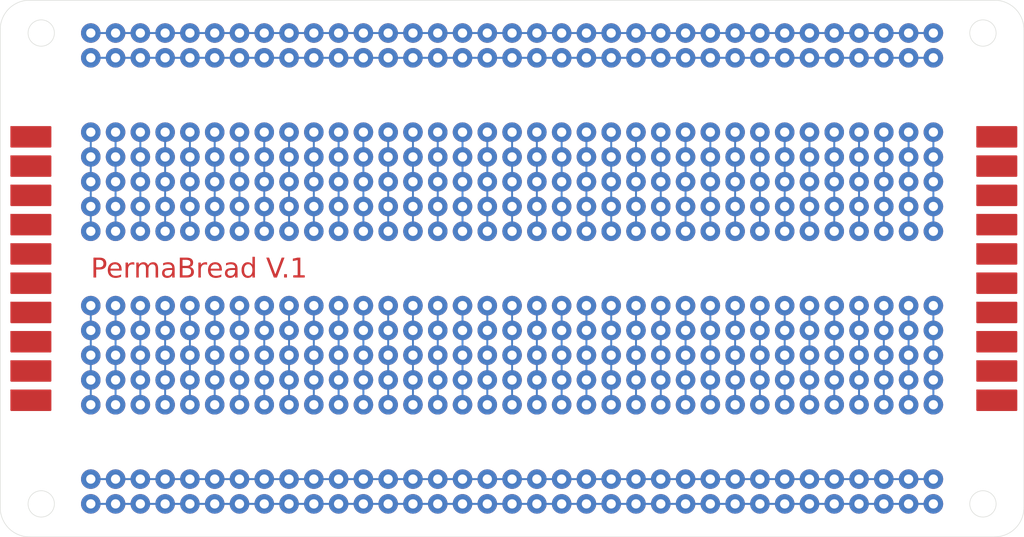
<source format=kicad_pcb>
(kicad_pcb
	(version 20241229)
	(generator "pcbnew")
	(generator_version "9.0")
	(general
		(thickness 1.6)
		(legacy_teardrops no)
	)
	(paper "A4")
	(title_block
		(title "PermaBread")
		(date "2025-03-26")
		(rev "1")
	)
	(layers
		(0 "F.Cu" signal)
		(2 "B.Cu" signal)
		(9 "F.Adhes" user "F.Adhesive")
		(11 "B.Adhes" user "B.Adhesive")
		(13 "F.Paste" user)
		(15 "B.Paste" user)
		(5 "F.SilkS" user "F.Silkscreen")
		(7 "B.SilkS" user "B.Silkscreen")
		(1 "F.Mask" user)
		(3 "B.Mask" user)
		(17 "Dwgs.User" user "User.Drawings")
		(19 "Cmts.User" user "User.Comments")
		(21 "Eco1.User" user "User.Eco1")
		(23 "Eco2.User" user "User.Eco2")
		(25 "Edge.Cuts" user)
		(27 "Margin" user)
		(31 "F.CrtYd" user "F.Courtyard")
		(29 "B.CrtYd" user "B.Courtyard")
		(35 "F.Fab" user)
		(33 "B.Fab" user)
		(39 "User.1" user)
		(41 "User.2" user)
		(43 "User.3" user)
		(45 "User.4" user)
	)
	(setup
		(stackup
			(layer "F.SilkS"
				(type "Top Silk Screen")
			)
			(layer "F.Paste"
				(type "Top Solder Paste")
			)
			(layer "F.Mask"
				(type "Top Solder Mask")
				(thickness 0.01)
			)
			(layer "F.Cu"
				(type "copper")
				(thickness 0.035)
			)
			(layer "dielectric 1"
				(type "core")
				(thickness 1.51)
				(material "FR4")
				(epsilon_r 4.5)
				(loss_tangent 0.02)
			)
			(layer "B.Cu"
				(type "copper")
				(thickness 0.035)
			)
			(layer "B.Mask"
				(type "Bottom Solder Mask")
				(thickness 0.01)
			)
			(layer "B.Paste"
				(type "Bottom Solder Paste")
			)
			(layer "B.SilkS"
				(type "Bottom Silk Screen")
			)
			(copper_finish "None")
			(dielectric_constraints no)
		)
		(pad_to_mask_clearance 0)
		(allow_soldermask_bridges_in_footprints no)
		(tenting front back)
		(pcbplotparams
			(layerselection 0x00000000_00000000_55555555_5755f5ff)
			(plot_on_all_layers_selection 0x00000000_00000000_00000000_00000000)
			(disableapertmacros no)
			(usegerberextensions no)
			(usegerberattributes yes)
			(usegerberadvancedattributes yes)
			(creategerberjobfile yes)
			(dashed_line_dash_ratio 12.000000)
			(dashed_line_gap_ratio 3.000000)
			(svgprecision 4)
			(plotframeref no)
			(mode 1)
			(useauxorigin no)
			(hpglpennumber 1)
			(hpglpenspeed 20)
			(hpglpendiameter 15.000000)
			(pdf_front_fp_property_popups yes)
			(pdf_back_fp_property_popups yes)
			(pdf_metadata yes)
			(pdf_single_document no)
			(dxfpolygonmode yes)
			(dxfimperialunits yes)
			(dxfusepcbnewfont yes)
			(psnegative no)
			(psa4output no)
			(plot_black_and_white yes)
			(plotinvisibletext no)
			(sketchpadsonfab no)
			(plotpadnumbers no)
			(hidednponfab no)
			(sketchdnponfab yes)
			(crossoutdnponfab yes)
			(subtractmaskfromsilk no)
			(outputformat 1)
			(mirror no)
			(drillshape 0)
			(scaleselection 1)
			(outputdirectory "../../Downloads/bread/")
		)
	)
	(net 0 "")
	(gr_rect
		(start 96 108)
		(end 100 110)
		(stroke
			(width 0.2)
			(type solid)
		)
		(fill yes)
		(layer "F.Cu")
		(uuid "10e4c372-ce57-44f3-85b1-1f7e2e8ccb31")
	)
	(gr_rect
		(start 195 120)
		(end 199 122)
		(stroke
			(width 0.2)
			(type solid)
		)
		(fill yes)
		(layer "F.Cu")
		(uuid "246f1082-25c7-48b4-b345-9286bc138252")
	)
	(gr_rect
		(start 195 123)
		(end 199 125)
		(stroke
			(width 0.2)
			(type solid)
		)
		(fill yes)
		(layer "F.Cu")
		(uuid "3afafc3a-e158-499b-b39c-a196a8149499")
	)
	(gr_rect
		(start 195 117)
		(end 199 119)
		(stroke
			(width 0.2)
			(type solid)
		)
		(fill yes)
		(layer "F.Cu")
		(uuid "3ba53f03-ac59-4d7d-b056-9163eba5471b")
	)
	(gr_rect
		(start 96 123)
		(end 100 125)
		(stroke
			(width 0.2)
			(type solid)
		)
		(fill yes)
		(layer "F.Cu")
		(uuid "4661a9ca-5ff3-4db8-9043-711bf115fbbd")
	)
	(gr_rect
		(start 96 102)
		(end 100 104)
		(stroke
			(width 0.2)
			(type solid)
		)
		(fill yes)
		(layer "F.Cu")
		(uuid "51ff09df-5373-459a-bf6d-f5953eb02df5")
	)
	(gr_rect
		(start 195 102)
		(end 199 104)
		(stroke
			(width 0.2)
			(type solid)
		)
		(fill yes)
		(layer "F.Cu")
		(uuid "5e6ef9b8-4984-4dc9-8ce3-19b586d1d970")
	)
	(gr_rect
		(start 96 114)
		(end 100 116)
		(stroke
			(width 0.2)
			(type solid)
		)
		(fill yes)
		(layer "F.Cu")
		(uuid "83aae1b5-4532-4d60-b39c-e413d2a5e86c")
	)
	(gr_rect
		(start 96 111)
		(end 100 113)
		(stroke
			(width 0.2)
			(type solid)
		)
		(fill yes)
		(layer "F.Cu")
		(uuid "8c43051d-6f4d-41b6-8ae4-34e9fa65c847")
	)
	(gr_rect
		(start 96 117)
		(end 100 119)
		(stroke
			(width 0.2)
			(type solid)
		)
		(fill yes)
		(layer "F.Cu")
		(uuid "955f6b07-2d96-4eff-8672-f061509d963a")
	)
	(gr_rect
		(start 96 99)
		(end 100 101)
		(stroke
			(width 0.2)
			(type solid)
		)
		(fill yes)
		(layer "F.Cu")
		(uuid "96a85345-0f80-4ceb-bbbb-23d04f12c5ef")
	)
	(gr_rect
		(start 96 105)
		(end 100 107)
		(stroke
			(width 0.2)
			(type solid)
		)
		(fill yes)
		(layer "F.Cu")
		(uuid "9aff88be-89a5-4c9c-bd88-89bb5238fab7")
	)
	(gr_rect
		(start 96 120)
		(end 100 122)
		(stroke
			(width 0.2)
			(type solid)
		)
		(fill yes)
		(layer "F.Cu")
		(uuid "acc12d6c-0140-4918-9a43-b99ffd517d69")
	)
	(gr_rect
		(start 195 111)
		(end 199 113)
		(stroke
			(width 0.2)
			(type solid)
		)
		(fill yes)
		(layer "F.Cu")
		(uuid "b4796256-d96f-4f97-acb4-97759497c601")
	)
	(gr_rect
		(start 195 108)
		(end 199 110)
		(stroke
			(width 0.2)
			(type solid)
		)
		(fill yes)
		(layer "F.Cu")
		(uuid "bcb151a4-da8a-48f1-8d96-efcc807dad4f")
	)
	(gr_rect
		(start 195 96)
		(end 199 98)
		(stroke
			(width 0.2)
			(type solid)
		)
		(fill yes)
		(layer "F.Cu")
		(uuid "c01b066f-a19a-45d5-adf7-2fb589c12582")
	)
	(gr_rect
		(start 195 99)
		(end 199 101)
		(stroke
			(width 0.2)
			(type solid)
		)
		(fill yes)
		(layer "F.Cu")
		(uuid "cccb2531-46b4-4c88-bb09-26340e1ef859")
	)
	(gr_rect
		(start 195 105)
		(end 199 107)
		(stroke
			(width 0.2)
			(type solid)
		)
		(fill yes)
		(layer "F.Cu")
		(uuid "cf492373-629b-4712-93bf-d96de5bfdad3")
	)
	(gr_rect
		(start 96 96)
		(end 100 98)
		(stroke
			(width 0.2)
			(type solid)
		)
		(fill yes)
		(layer "F.Cu")
		(uuid "d84e91d6-683d-4d01-910a-442b9b260cbf")
	)
	(gr_rect
		(start 195 114)
		(end 199 116)
		(stroke
			(width 0.2)
			(type solid)
		)
		(fill yes)
		(layer "F.Cu")
		(uuid "efc253b5-6023-4d0a-bd23-8f2c22cdad3a")
	)
	(gr_arc
		(start 97.86 138)
		(mid 95.73868 137.12132)
		(end 94.86 135)
		(stroke
			(width 0.05)
			(type default)
		)
		(layer "Edge.Cuts")
		(uuid "1bff2d27-eaa2-45b0-8079-13faea6862ae")
	)
	(gr_line
		(start 196.78 138)
		(end 97.86 138)
		(stroke
			(width 0.05)
			(type default)
		)
		(layer "Edge.Cuts")
		(uuid "1d8abe55-9d99-4b87-ba32-307c2e6755ca")
	)
	(gr_arc
		(start 199.78 135)
		(mid 198.90132 137.12132)
		(end 196.78 138)
		(stroke
			(width 0.05)
			(type default)
		)
		(layer "Edge.Cuts")
		(uuid "230795e5-d893-4a8a-ac70-96fe45b4e416")
	)
	(gr_circle
		(center 99.06 134.62)
		(end 100.41 134.62)
		(stroke
			(width 0.05)
			(type solid)
		)
		(fill no)
		(layer "Edge.Cuts")
		(uuid "3867cd97-b3be-4210-8c64-11ff233eb1a5")
	)
	(gr_line
		(start 94.86 135)
		(end 94.86 86)
		(stroke
			(width 0.05)
			(type default)
		)
		(layer "Edge.Cuts")
		(uuid "42120c4c-9abf-4599-86bb-75561173bce3")
	)
	(gr_circle
		(center 195.58 134.62)
		(end 196.93 134.62)
		(stroke
			(width 0.05)
			(type solid)
		)
		(fill no)
		(layer "Edge.Cuts")
		(uuid "4f637805-49ce-4a7c-a808-f9f0dac69780")
	)
	(gr_circle
		(center 195.58 86.36)
		(end 196.93 86.36)
		(stroke
			(width 0.05)
			(type solid)
		)
		(fill no)
		(layer "Edge.Cuts")
		(uuid "514abf67-741c-4b32-afba-600746eb8ff9")
	)
	(gr_line
		(start 199.78 86)
		(end 199.78 135)
		(stroke
			(width 0.05)
			(type default)
		)
		(layer "Edge.Cuts")
		(uuid "5806477d-aa2c-486e-bed5-fbcf0dd570a7")
	)
	(gr_arc
		(start 94.86 86)
		(mid 95.73868 83.87868)
		(end 97.86 83)
		(stroke
			(width 0.05)
			(type default)
		)
		(layer "Edge.Cuts")
		(uuid "972c0c04-06b9-4ec7-8536-14ad4009be82")
	)
	(gr_line
		(start 97.86 83)
		(end 196.78 83)
		(stroke
			(width 0.05)
			(type default)
		)
		(layer "Edge.Cuts")
		(uuid "b54353ec-7daf-41f9-9a49-3eed740137aa")
	)
	(gr_arc
		(start 196.78 83)
		(mid 198.90132 83.87868)
		(end 199.78 86)
		(stroke
			(width 0.05)
			(type default)
		)
		(layer "Edge.Cuts")
		(uuid "dae36aea-f81e-4106-826a-2a0dc01e9da6")
	)
	(gr_circle
		(center 99.06 86.36)
		(end 100.41 86.36)
		(stroke
			(width 0.05)
			(type solid)
		)
		(fill no)
		(layer "Edge.Cuts")
		(uuid "e18192ed-1962-4d50-a077-f192f550a091")
	)
	(gr_text "PermaBread V.1"
		(at 104.14 111.76 0)
		(layer "F.Cu")
		(uuid "f22e696a-17a9-40f0-a554-f1c770bbf553")
		(effects
			(font
				(face "Geist Mono")
				(size 2 2)
				(thickness 0.1)
			)
			(justify left bottom)
		)
		(render_cache "PermaBread V.1" 0
			(polygon
				(pts
					(xy 105.15108 109.444483) (xy 105.283085 109.476026) (xy 105.396009 109.526098) (xy 105.492861 109.594284)
					(xy 105.57307 109.680823) (xy 105.630606 109.781903) (xy 105.666371 109.900418) (xy 105.678974 110.040516)
					(xy 105.666373 110.180612) (xy 105.63061 110.29915) (xy 105.573074 110.400273) (xy 105.492861 110.48687)
					(xy 105.396016 110.555) (xy 105.283095 110.605034) (xy 105.151087 110.636556) (xy 104.996193 110.647704)
					(xy 104.632515 110.647704) (xy 104.632515 111.42) (xy 104.391814 111.42) (xy 104.391814 110.412742)
					(xy 104.632515 110.412742) (xy 104.968227 110.412742) (xy 105.122446 110.400069) (xy 105.234704 110.366486)
					(xy 105.315174 110.316266) (xy 105.376055 110.244891) (xy 105.413683 110.154876) (xy 105.427159 110.040516)
					(xy 105.413579 109.924386) (xy 105.375867 109.834101) (xy 105.315174 109.763545) (xy 105.23482 109.714074)
					(xy 105.122569 109.680931) (xy 104.968227 109.668412) (xy 104.632515 109.668412) (xy 104.632515 110.412742)
					(xy 104.391814 110.412742) (xy 104.391814 109.433328) (xy 104.996193 109.433328)
				)
			)
			(polygon
				(pts
					(xy 106.797937 109.914014) (xy 106.910911 109.94452) (xy 107.01315 109.994476) (xy 107.103717 110.063129)
					(xy 107.180921 110.150423) (xy 107.245425 110.258869) (xy 107.290462 110.377364) (xy 107.319129 110.516879)
					(xy 107.329323 110.681287) (xy 107.329323 110.751263) (xy 106.249281 110.751263) (xy 106.271887 110.905832)
					(xy 106.31534 111.022438) (xy 106.376653 111.109445) (xy 106.459138 111.175159) (xy 106.559518 111.215465)
					(xy 106.683056 111.229734) (xy 106.777864 111.221466) (xy 106.856528 111.198221) (xy 106.92217 111.161224)
					(xy 106.978395 111.110581) (xy 107.021506 111.050862) (xy 107.052351 110.980729) (xy 107.304166 111.000268)
					(xy 107.253129 111.12519) (xy 107.179489 111.233115) (xy 107.08166 111.326332) (xy 106.996912 111.381197)
					(xy 106.903347 111.420752) (xy 106.799388 111.445137) (xy 106.683056 111.453583) (xy 106.545824 111.442395)
					(xy 106.426032 111.410322) (xy 106.3206 111.35845) (xy 106.22755 111.286915) (xy 106.149508 111.197662)
					(xy 106.085638 111.08844) (xy 106.040917 110.969174) (xy 106.012902 110.833463) (xy 106.003084 110.678478)
					(xy 106.01161 110.544267) (xy 106.249281 110.544267) (xy 107.072013 110.544267) (xy 107.048195 110.404951)
					(xy 107.005303 110.30238) (xy 106.945983 110.228094) (xy 106.868154 110.172704) (xy 106.777937 110.139067)
					(xy 106.671821 110.127344) (xy 106.56228 110.139581) (xy 106.469793 110.174616) (xy 106.390575 110.232247)
					(xy 106.32862 110.308864) (xy 106.280957 110.410742) (xy 106.249281 110.544267) (xy 106.01161 110.544267)
					(xy 106.012924 110.523574) (xy 106.040957 110.388423) (xy 106.085638 110.270104) (xy 106.149213 110.161465)
					(xy 106.226391 110.072179) (xy 106.317913 110.000094) (xy 106.421576 109.947278) (xy 106.538556 109.914789)
					(xy 106.671821 109.903496)
				)
			)
			(polygon
				(pts
					(xy 107.748688 111.42) (xy 107.748688 111.213004) (xy 108.134836 111.213004) (xy 108.134836 110.144075)
					(xy 107.748688 110.144075) (xy 107.748688 109.937079) (xy 108.330718 109.937079) (xy 108.347449 110.222477)
					(xy 108.388225 110.115153) (xy 108.443029 110.0372) (xy 108.511659 109.982748) (xy 108.596641 109.949086)
					(xy 108.702822 109.937079) (xy 109.007759 109.937079) (xy 109.007759 110.149692) (xy 108.705631 110.149692)
					(xy 108.601654 110.161433) (xy 108.520418 110.194029) (xy 108.456625 110.24629) (xy 108.410558 110.315637)
					(xy 108.380831 110.406336) (xy 108.369919 110.524605) (xy 108.369919 111.213004) (xy 108.839965 111.213004)
					(xy 108.839965 111.42)
				)
			)
			(polygon
				(pts
					(xy 109.287173 111.42) (xy 109.287173 109.937079) (xy 109.502718 109.937079) (xy 109.508335 110.15531)
					(xy 109.557724 110.047842) (xy 109.621542 109.970662) (xy 109.674309 109.933499) (xy 109.733801 109.911186)
					(xy 109.802037 109.903496) (xy 109.884083 109.914738) (xy 109.950589 109.946852) (xy 110.005409 110.000722)
					(xy 110.049721 110.081375) (xy 110.081817 110.197198) (xy 110.1126 110.109249) (xy 110.152399 110.038381)
					(xy 110.200764 109.981898) (xy 110.25968 109.938341) (xy 110.325604 109.912395) (xy 110.400799 109.903496)
					(xy 110.488503 109.912064) (xy 110.558871 109.935926) (xy 110.615599 109.973824) (xy 110.661039 110.026594)
					(xy 110.701914 110.11343) (xy 110.730911 110.244463) (xy 110.74225 110.43509) (xy 110.74225 111.42)
					(xy 110.507166 111.42) (xy 110.507166 110.468674) (xy 110.501087 110.334715) (xy 110.485852 110.24597)
					(xy 110.465157 110.190237) (xy 110.431447 110.145483) (xy 110.388652 110.119538) (xy 110.333754 110.110491)
					(xy 110.280334 110.119696) (xy 110.232957 110.147473) (xy 110.189528 110.19732) (xy 110.160432 110.25833)
					(xy 110.14011 110.347563) (xy 110.132254 110.474291) (xy 110.132254 111.42) (xy 109.89717 111.42)
					(xy 109.89717 110.468674) (xy 109.89144 110.340659) (xy 109.876849 110.252586) (xy 109.856625 110.194511)
					(xy 109.823287 110.147298) (xy 109.780078 110.120024) (xy 109.723757 110.110491) (xy 109.670337 110.119696)
					(xy 109.62296 110.147473) (xy 109.579532 110.19732) (xy 109.550436 110.25833) (xy 109.530113 110.347563)
					(xy 109.522257 110.474291) (xy 109.522257 111.42)
				)
			)
			(polygon
				(pts
					(xy 111.775653 109.914609) (xy 111.886936 109.945934) (xy 111.980638 109.995803) (xy 112.059696 110.064452)
					(xy 112.122274 110.148588) (xy 112.168373 110.248361) (xy 112.197567 110.366822) (xy 112.207951 110.507875)
					(xy 112.207951 111.123367) (xy 112.214367 111.16858) (xy 112.2303 111.193464) (xy 112.256552 111.207576)
					(xy 112.297588 111.213004) (xy 112.392721 111.213004) (xy 112.392721 111.42) (xy 112.269501 111.425617)
					(xy 112.188743 111.419296) (xy 112.125098 111.401987) (xy 112.075083 111.375303) (xy 112.034643 111.336688)
					(xy 112.003225 111.282983) (xy 111.981416 111.210195) (xy 111.935476 111.276498) (xy 111.872513 111.335118)
					(xy 111.789685 111.386416) (xy 111.699025 111.423454) (xy 111.602024 111.445921) (xy 111.497327 111.453583)
					(xy 111.362327 111.440593) (xy 111.24539 111.403269) (xy 111.144343 111.341874) (xy 111.069169 111.261974)
					(xy 111.03368 111.198686) (xy 111.012196 111.128834) (xy 111.004811 111.050704) (xy 111.007334 111.028234)
					(xy 111.25113 111.028234) (xy 111.259525 111.093862) (xy 111.283276 111.14648) (xy 111.322449 111.18919)
					(xy 111.373034 111.219695) (xy 111.437527 111.239317) (xy 111.519675 111.246465) (xy 111.633555 111.238145)
					(xy 111.725613 111.215151) (xy 111.799924 111.17949) (xy 111.859661 111.131793) (xy 111.921723 111.049188)
					(xy 111.959652 110.950874) (xy 111.97299 110.832351) (xy 111.97299 110.703757) (xy 111.519675 110.793272)
					(xy 111.420133 110.818127) (xy 111.352958 110.847108) (xy 111.30987 110.878635) (xy 111.277614 110.920052)
					(xy 111.258005 110.969165) (xy 111.25113 111.028234) (xy 111.007334 111.028234) (xy 111.018507 110.928736)
					(xy 111.0567 110.832301) (xy 111.11814 110.755537) (xy 111.199843 110.696552) (xy 111.315614 110.644964)
					(xy 111.474856 110.603007) (xy 111.97299 110.502257) (xy 111.961955 110.378102) (xy 111.932439 110.28651)
					(xy 111.887627 110.219668) (xy 111.825049 110.169831) (xy 111.745169 110.138613) (xy 111.642773 110.127344)
					(xy 111.542264 110.135924) (xy 111.463572 110.159427) (xy 111.402072 110.195854) (xy 111.351451 110.246601)
					(xy 111.311342 110.311409) (xy 111.281905 110.39308) (xy 111.032777 110.373541) (xy 111.07431 110.241093)
					(xy 111.140605 110.128912) (xy 111.232812 110.033677) (xy 111.314838 109.978295) (xy 111.408956 109.93779)
					(xy 111.517354 109.912417) (xy 111.642773 109.903496)
				)
			)
			(polygon
				(pts
					(xy 113.509456 109.444056) (xy 113.643428 109.473594) (xy 113.751193 109.519009) (xy 113.837418 109.578897)
					(xy 113.909429 109.657082) (xy 113.960914 109.747552) (xy 113.992796 109.852742) (xy 114.003991 109.976158)
					(xy 113.992707 110.080695) (xy 113.960074 110.171561) (xy 113.90605 110.251786) (xy 113.834503 110.317299)
					(xy 113.747843 110.365281) (xy 113.643 110.395889) (xy 113.777442 110.426913) (xy 113.884842 110.47808)
					(xy 113.970286 110.548419) (xy 114.034822 110.637514) (xy 114.074135 110.741908) (xy 114.087889 110.865935)
					(xy 114.075958 110.991536) (xy 114.041894 111.098813) (xy 113.986607 111.191403) (xy 113.908736 111.271744)
					(xy 113.816174 111.333689) (xy 113.705293 111.379904) (xy 113.572535 111.409439) (xy 113.413534 111.42)
					(xy 112.783998 111.42) (xy 112.783998 111.184916) (xy 113.024699 111.184916) (xy 113.416343 111.184916)
					(xy 113.558079 111.173813) (xy 113.66076 111.14451) (xy 113.733859 111.101018) (xy 113.78991 111.03875)
					(xy 113.824003 110.961899) (xy 113.836074 110.865935) (xy 113.823504 110.76455) (xy 113.787999 110.683114)
					(xy 113.729706 110.616929) (xy 113.653711 110.56984) (xy 113.551819 110.538907) (xy 113.416343 110.527414)
					(xy 113.024699 110.527414) (xy 113.024699 111.184916) (xy 112.783998 111.184916) (xy 112.783998 110.29233)
					(xy 113.024699 110.29233) (xy 113.354794 110.29233) (xy 113.491038 110.281533) (xy 113.588579 110.25317)
					(xy 113.657044 110.211242) (xy 113.708919 110.151286) (xy 113.740805 110.07633) (xy 113.752177 109.981775)
					(xy 113.740735 109.885413) (xy 113.708784 109.809643) (xy 113.657044 109.749623) (xy 113.588568 109.707627)
					(xy 113.491026 109.679223) (xy 113.354794 109.668412) (xy 113.024699 109.668412) (xy 113.024699 110.29233)
					(xy 112.783998 110.29233) (xy 112.783998 109.433328) (xy 113.343558 109.433328)
				)
			)
			(polygon
				(pts
					(xy 114.462435 111.42) (xy 114.462435 111.213004) (xy 114.848583 111.213004) (xy 114.848583 110.144075)
					(xy 114.462435 110.144075) (xy 114.462435 109.937079) (xy 115.044466 109.937079) (xy 115.061196 110.222477)
					(xy 115.101973 110.115153) (xy 115.156776 110.0372) (xy 115.225406 109.982748) (xy 115.310388 109.949086)
					(xy 115.41657 109.937079) (xy 115.721507 109.937079) (xy 115.721507 110.149692) (xy 115.419378 110.149692)
					(xy 115.315402 110.161433) (xy 115.234166 110.194029) (xy 115.170373 110.24629) (xy 115.124305 110.315637)
					(xy 115.094578 110.406336) (xy 115.083667 110.524605) (xy 115.083667 111.213004) (xy 115.553712 111.213004)
					(xy 115.553712 111.42)
				)
			)
			(polygon
				(pts
					(xy 116.868558 109.914014) (xy 116.981533 109.94452) (xy 117.083771 109.994476) (xy 117.174338 110.063129)
					(xy 117.251542 110.150423) (xy 117.316046 110.258869) (xy 117.361083 110.377364) (xy 117.38975 110.516879)
					(xy 117.399944 110.681287) (xy 117.399944 110.751263) (xy 116.319902 110.751263) (xy 116.342508 110.905832)
					(xy 116.385961 111.022438) (xy 116.447274 111.109445) (xy 116.52976 111.175159) (xy 116.630139 111.215465)
					(xy 116.753677 111.229734) (xy 116.848485 111.221466) (xy 116.927149 111.198221) (xy 116.992791 111.161224)
					(xy 117.049016 111.110581) (xy 117.092127 111.050862) (xy 117.122972 110.980729) (xy 117.374787 111.000268)
					(xy 117.32375 111.12519) (xy 117.25011 111.233115) (xy 117.152281 111.326332) (xy 117.067533 111.381197)
					(xy 116.973968 111.420752) (xy 116.870009 111.445137) (xy 116.753677 111.453583) (xy 116.616445 111.442395)
					(xy 116.496653 111.410322) (xy 116.391221 111.35845) (xy 116.298171 111.286915) (xy 116.220129 111.197662)
					(xy 116.156259 111.08844) (xy 116.111538 110.969174) (xy 116.083523 110.833463) (xy 116.073705 110.678478)
					(xy 116.082231 110.544267) (xy 116.319902 110.544267) (xy 117.142634 110.544267) (xy 117.118816 110.404951)
					(xy 117.075924 110.30238) (xy 117.016605 110.228094) (xy 116.938775 110.172704) (xy 116.848558 110.139067)
					(xy 116.742442 110.127344) (xy 116.632901 110.139581) (xy 116.540414 110.174616) (xy 116.461196 110.232247)
					(xy 116.399241 110.308864) (xy 116.351578 110.410742) (xy 116.319902 110.544267) (xy 116.082231 110.544267)
					(xy 116.083545 110.523574) (xy 116.111579 110.388423) (xy 116.156259 110.270104) (xy 116.219834 110.161465)
					(xy 116.297012 110.072179) (xy 116.388534 110.000094) (xy 116.492197 109.947278) (xy 116.609177 109.914789)
					(xy 116.742442 109.903496)
				)
			)
			(polygon
				(pts
					(xy 118.489401 109.914609) (xy 118.600683 109.945934) (xy 118.694386 109.995803) (xy 118.773443 110.064452)
					(xy 118.836021 110.148588) (xy 118.88212 110.248361) (xy 118.911314 110.366822) (xy 118.921699 110.507875)
					(xy 118.921699 111.123367) (xy 118.928115 111.16858) (xy 118.944047 111.193464) (xy 118.970299 111.207576)
					(xy 119.011336 111.213004) (xy 119.106468 111.213004) (xy 119.106468 111.42) (xy 118.983248 111.425617)
					(xy 118.902491 111.419296) (xy 118.838845 111.401987) (xy 118.788831 111.375303) (xy 118.748391 111.336688)
					(xy 118.716972 111.282983) (xy 118.695163 111.210195) (xy 118.649223 111.276498) (xy 118.586261 111.335118)
					(xy 118.503433 111.386416) (xy 118.412772 111.423454) (xy 118.315771 111.445921) (xy 118.211074 111.453583)
					(xy 118.076074 111.440593) (xy 117.959138 111.403269) (xy 117.85809 111.341874) (xy 117.782916 111.261974)
					(xy 117.747428 111.198686) (xy 117.725943 111.128834) (xy 117.718558 111.050704) (xy 117.721081 111.028234)
					(xy 117.964877 111.028234) (xy 117.973273 111.093862) (xy 117.997024 111.14648) (xy 118.036196 111.18919)
					(xy 118.086781 111.219695) (xy 118.151274 111.239317) (xy 118.233422 111.246465) (xy 118.347302 111.238145)
					(xy 118.43936 111.215151) (xy 118.513672 111.17949) (xy 118.573408 111.131793) (xy 118.63547 111.049188)
					(xy 118.6734 110.950874) (xy 118.686737 110.832351) (xy 118.686737 110.703757) (xy 118.233422 110.793272)
					(xy 118.13388 110.818127) (xy 118.066705 110.847108) (xy 118.023618 110.878635) (xy 117.991361 110.920052)
					(xy 117.971753 110.969165) (xy 117.964877 111.028234) (xy 117.721081 111.028234) (xy 117.732254 110.928736)
					(xy 117.770447 110.832301) (xy 117.831887 110.755537) (xy 117.91359 110.696552) (xy 118.029361 110.644964)
					(xy 118.188604 110.603007) (xy 118.686737 110.502257) (xy 118.675702 110.378102) (xy 118.646187 110.28651)
					(xy 118.601374 110.219668) (xy 118.538796 110.169831) (xy 118.458916 110.138613) (xy 118.356521 110.127344)
					(xy 118.256012 110.135924) (xy 118.17732 110.159427) (xy 118.115819 110.195854) (xy 118.065198 110.246601)
					(xy 118.025089 110.311409) (xy 117.995652 110.39308) (xy 117.746524 110.373541) (xy 117.788057 110.241093)
					(xy 117.854352 110.128912) (xy 117.946559 110.033677) (xy 118.028585 109.978295) (xy 118.122703 109.93779)
					(xy 118.231101 109.912417) (xy 118.356521 109.903496)
				)
			)
			(polygon
				(pts
					(xy 120.67292 111.42) (xy 120.460307 111.42) (xy 120.45188 111.196151) (xy 120.404376 111.270534)
					(xy 120.344185 111.333171) (xy 120.270041 111.385073) (xy 120.187396 111.422582) (xy 120.095693 111.445617)
					(xy 119.99307 111.453583) (xy 119.865377 111.44247) (xy 119.753476 111.410496) (xy 119.654427 111.35845)
					(xy 119.567744 111.287454) (xy 119.494695 111.198752) (xy 119.434731 111.089905) (xy 119.393248 110.971802)
					(xy 119.367039 110.835669) (xy 119.357794 110.678478) (xy 119.604113 110.678478) (xy 119.617577 110.845245)
					(xy 119.654555 110.977215) (xy 119.711824 111.081479) (xy 119.771288 111.146883) (xy 119.839024 111.192445)
					(xy 119.916676 111.220117) (xy 120.006992 111.229734) (xy 120.104795 111.219949) (xy 120.188304 111.191954)
					(xy 120.260467 111.146287) (xy 120.323164 111.081479) (xy 120.371122 111.005193) (xy 120.406937 110.914493)
					(xy 120.429801 110.806677) (xy 120.437958 110.678478) (xy 120.429744 110.548666) (xy 120.406792 110.440246)
					(xy 120.37097 110.349736) (xy 120.323164 110.274256) (xy 120.260576 110.210403) (xy 120.187634 110.16511)
					(xy 120.102283 110.137162) (xy 120.001374 110.127344) (xy 119.913964 110.136781) (xy 119.838102 110.164055)
					(xy 119.771228 110.209186) (xy 119.711824 110.274256) (xy 119.654714 110.377565) (xy 119.617663 110.509783)
					(xy 119.604113 110.678478) (xy 119.357794 110.678478) (xy 119.367039 110.52137) (xy 119.393249 110.385319)
					(xy 119.434731 110.267295) (xy 119.494702 110.158369) (xy 119.567752 110.06963) (xy 119.654427 109.998628)
					(xy 119.753476 109.946582) (xy 119.865377 109.914609) (xy 119.99307 109.903496) (xy 120.095362 109.912114)
					(xy 120.186044 109.937007) (xy 120.267233 109.977623) (xy 120.371533 110.059129) (xy 120.437958 110.144075)
					(xy 120.437958 109.433328) (xy 120.67292 109.433328)
				)
			)
			(polygon
				(pts
					(xy 123.285586 111.42) (xy 122.686702 109.433328) (xy 122.944134 109.433328) (xy 123.442267 111.148646)
					(xy 123.940279 109.433328) (xy 124.197711 109.433328) (xy 123.598949 111.42)
				)
			)
			(polygon
				(pts
					(xy 124.94717 111.42) (xy 124.94717 111.07867) (xy 125.294117 111.07867) (xy 125.294117 111.42)
				)
			)
			(polygon
				(pts
					(xy 126.127595 111.42) (xy 126.127595 111.184916) (xy 126.754323 111.184916) (xy 126.754323 109.948192)
					(xy 126.233841 109.948192) (xy 126.233841 109.741196) (xy 126.502508 109.741196) (xy 126.606685 109.7319)
					(xy 126.679994 109.707528) (xy 126.730509 109.671221) (xy 126.765815 109.61979) (xy 126.789873 109.543511)
					(xy 126.799141 109.433328) (xy 126.994902 109.433328) (xy 126.994902 111.184916) (xy 127.470565 111.184916)
					(xy 127.470565 111.42)
				)
			)
		)
	)
	(via
		(at 139.7 116.84)
		(size 2)
		(drill 0.95)
		(layers "F.Cu" "B.Cu")
		(net 0)
		(uuid "0007b81d-b953-4ee7-9f05-9df84a05b1e8")
	)
	(via
		(at 114.3 106.68)
		(size 2)
		(drill 0.95)
		(layers "F.Cu" "B.Cu")
		(net 0)
		(uuid "00af6ff0-c94b-47fc-9213-9e244fc91b30")
	)
	(via
		(at 134.62 88.9)
		(size 2)
		(drill 0.95)
		(layers "F.Cu" "B.Cu")
		(net 0)
		(uuid "0142ca47-52a6-4210-84ce-9822cdae4116")
	)
	(via
		(at 167.64 132.08)
		(size 2)
		(drill 0.95)
		(layers "F.Cu" "B.Cu")
		(net 0)
		(uuid "019656b2-b568-4d2b-b20a-6430c740d68d")
	)
	(via
		(at 162.56 88.9)
		(size 2)
		(drill 0.95)
		(layers "F.Cu" "B.Cu")
		(net 0)
		(uuid "028bd1dd-dc4a-40ab-a618-752cda610b3c")
	)
	(via
		(at 152.4 121.92)
		(size 2)
		(drill 0.95)
		(layers "F.Cu" "B.Cu")
		(net 0)
		(uuid "029ad20d-0531-4e07-85c0-c3fa829c976a")
	)
	(via
		(at 127 121.92)
		(size 2)
		(drill 0.95)
		(layers "F.Cu" "B.Cu")
		(net 0)
		(uuid "02ca8d08-7650-4b21-8692-0e0e202acd03")
	)
	(via
		(at 154.94 132.08)
		(size 2)
		(drill 0.95)
		(layers "F.Cu" "B.Cu")
		(net 0)
		(uuid "03213b56-347c-4cd3-9000-705e5b3bcd8d")
	)
	(via
		(at 124.46 104.14)
		(size 2)
		(drill 0.95)
		(layers "F.Cu" "B.Cu")
		(net 0)
		(uuid "0435c1ec-d955-46a9-8261-cabf6245217d")
	)
	(via
		(at 109.22 116.84)
		(size 2)
		(drill 0.95)
		(layers "F.Cu" "B.Cu")
		(net 0)
		(uuid "04cae9ad-4352-4bcd-9f50-ca5c4eff30f7")
	)
	(via
		(at 106.68 124.46)
		(size 2)
		(drill 0.95)
		(layers "F.Cu" "B.Cu")
		(net 0)
		(uuid "0530b6d7-6982-467b-bfd6-96b3704c2d8c")
	)
	(via
		(at 124.46 86.36)
		(size 2)
		(drill 0.95)
		(layers "F.Cu" "B.Cu")
		(net 0)
		(uuid "05360598-6fe7-4753-8fd5-4749c41e6140")
	)
	(via
		(at 170.18 114.3)
		(size 2)
		(drill 0.95)
		(layers "F.Cu" "B.Cu")
		(net 0)
		(uuid "05a43629-4d4f-4269-b084-f1640c75b718")
	)
	(via
		(at 185.42 121.92)
		(size 2)
		(drill 0.95)
		(layers "F.Cu" "B.Cu")
		(net 0)
		(uuid "05af6066-001b-4901-a5bf-30b78bb02975")
	)
	(via
		(at 157.48 116.84)
		(size 2)
		(drill 0.95)
		(layers "F.Cu" "B.Cu")
		(net 0)
		(uuid "06ac57bd-7e55-474a-bfcd-debef43f4b1d")
	)
	(via
		(at 139.7 124.46)
		(size 2)
		(drill 0.95)
		(layers "F.Cu" "B.Cu")
		(net 0)
		(uuid "0847078a-cc01-4161-8a7e-ea0cbe3486bd")
	)
	(via
		(at 165.1 104.14)
		(size 2)
		(drill 0.95)
		(layers "F.Cu" "B.Cu")
		(net 0)
		(uuid "0910989e-a49e-453d-b7bc-bb31c9513e28")
	)
	(via
		(at 167.64 99.06)
		(size 2)
		(drill 0.95)
		(layers "F.Cu" "B.Cu")
		(net 0)
		(uuid "0917d096-5b73-402b-b536-0ed8e7c4d5e4")
	)
	(via
		(at 132.08 121.92)
		(size 2)
		(drill 0.95)
		(layers "F.Cu" "B.Cu")
		(net 0)
		(uuid "0a8f3386-60de-4245-935e-58a70a2d1cdf")
	)
	(via
		(at 129.54 132.08)
		(size 2)
		(drill 0.95)
		(layers "F.Cu" "B.Cu")
		(net 0)
		(uuid "0bb7e7d3-b39c-4aa0-8e4f-7123df6f8b7e")
	)
	(via
		(at 167.64 88.9)
		(size 2)
		(drill 0.95)
		(layers "F.Cu" "B.Cu")
		(net 0)
		(uuid "0cacb3c2-60bc-4dab-a793-13f48de4158d")
	)
	(via
		(at 127 86.36)
		(size 2)
		(drill 0.95)
		(layers "F.Cu" "B.Cu")
		(net 0)
		(uuid "0ddcb49c-8da6-4580-8313-ba8d377c831c")
	)
	(via
		(at 144.78 101.6)
		(size 2)
		(drill 0.95)
		(layers "F.Cu" "B.Cu")
		(net 0)
		(uuid "0f1ae07f-ba35-4630-9199-1a4f9063ceaa")
	)
	(via
		(at 177.8 86.36)
		(size 2)
		(drill 0.95)
		(layers "F.Cu" "B.Cu")
		(net 0)
		(uuid "0fcc8e22-f064-4413-843f-78a20a7d4a18")
	)
	(via
		(at 190.5 114.3)
		(size 2)
		(drill 0.95)
		(layers "F.Cu" "B.Cu")
		(net 0)
		(uuid "0ff80258-886d-49a8-962e-3cec94ec0a1a")
	)
	(via
		(at 142.24 132.08)
		(size 2)
		(drill 0.95)
		(layers "F.Cu" "B.Cu")
		(net 0)
		(uuid "10020a23-a3e8-4595-b552-61c299022747")
	)
	(via
		(at 142.24 104.14)
		(size 2)
		(drill 0.95)
		(layers "F.Cu" "B.Cu")
		(net 0)
		(uuid "1140b8ad-2989-421a-8aeb-7fe8142644ec")
	)
	(via
		(at 124.46 121.92)
		(size 2)
		(drill 0.95)
		(layers "F.Cu" "B.Cu")
		(net 0)
		(uuid "11dd0bd6-bed7-42d1-8a5d-bbc01ec50f77")
	)
	(via
		(at 170.18 86.36)
		(size 2)
		(drill 0.95)
		(layers "F.Cu" "B.Cu")
		(net 0)
		(uuid "11dd802e-70c3-460a-bb71-6c6adb52e417")
	)
	(via
		(at 132.08 88.9)
		(size 2)
		(drill 0.95)
		(layers "F.Cu" "B.Cu")
		(net 0)
		(uuid "128743db-03a0-4044-a143-7e545fe98c23")
	)
	(via
		(at 104.14 86.36)
		(size 2)
		(drill 0.95)
		(layers "F.Cu" "B.Cu")
		(net 0)
		(uuid "12bba7e5-f2d2-4c75-acf7-1acab621b7c8")
	)
	(via
		(at 185.42 96.52)
		(size 2)
		(drill 0.95)
		(layers "F.Cu" "B.Cu")
		(net 0)
		(uuid "12e0a169-45b5-449a-bb86-114a96ac3fda")
	)
	(via
		(at 180.34 121.92)
		(size 2)
		(drill 0.95)
		(layers "F.Cu" "B.Cu")
		(net 0)
		(uuid "147519ae-2b3f-4d43-978a-c879031b02d0")
	)
	(via
		(at 119.38 124.46)
		(size 2)
		(drill 0.95)
		(layers "F.Cu" "B.Cu")
		(net 0)
		(uuid "14fe8772-5853-46e0-94a3-a9af1540a185")
	)
	(via
		(at 157.48 101.6)
		(size 2)
		(drill 0.95)
		(layers "F.Cu" "B.Cu")
		(net 0)
		(uuid "152092fb-a31b-4f16-8fd8-6c28d322a5b2")
	)
	(via
		(at 180.34 86.36)
		(size 2)
		(drill 0.95)
		(layers "F.Cu" "B.Cu")
		(net 0)
		(uuid "163d859b-83c6-4f0d-8d90-643ba8be8df9")
	)
	(via
		(at 147.32 88.9)
		(size 2)
		(drill 0.95)
		(layers "F.Cu" "B.Cu")
		(net 0)
		(uuid "167e2957-5edf-4cd9-9887-bc93b39d5e00")
	)
	(via
		(at 147.32 124.46)
		(size 2)
		(drill 0.95)
		(layers "F.Cu" "B.Cu")
		(net 0)
		(uuid "168c1a9f-d3fe-4a66-8700-446d0e9d69e2")
	)
	(via
		(at 104.14 119.38)
		(size 2)
		(drill 0.95)
		(layers "F.Cu" "B.Cu")
		(net 0)
		(uuid "17196cd8-1005-43bd-8c5f-d0c83fd86be2")
	)
	(via
		(at 180.34 106.68)
		(size 2)
		(drill 0.95)
		(layers "F.Cu" "B.Cu")
		(net 0)
		(uuid "187d7a47-3feb-437f-9381-ffe33b3f8a05")
	)
	(via
		(at 167.64 124.46)
		(size 2)
		(drill 0.95)
		(layers "F.Cu" "B.Cu")
		(net 0)
		(uuid "188c677b-8385-492d-b74a-500f9ccf6617")
	)
	(via
		(at 132.08 101.6)
		(size 2)
		(drill 0.95)
		(layers "F.Cu" "B.Cu")
		(net 0)
		(uuid "18b7ced8-371a-4719-8c62-7d984fe2f4bb")
	)
	(via
		(at 180.34 101.6)
		(size 2)
		(drill 0.95)
		(layers "F.Cu" "B.Cu")
		(net 0)
		(uuid "19798ca2-2823-4708-91fc-646bd1d78606")
	)
	(via
		(at 114.3 104.14)
		(size 2)
		(drill 0.95)
		(layers "F.Cu" "B.Cu")
		(net 0)
		(uuid "19ac0103-b2a5-4c74-8c6d-fab432a730c0")
	)
	(via
		(at 175.26 134.62)
		(size 2)
		(drill 0.95)
		(layers "F.Cu" "B.Cu")
		(net 0)
		(uuid "1aab3aa3-e6bd-4a94-a5d1-72c6578c62a5")
	)
	(via
		(at 104.14 101.6)
		(size 2)
		(drill 0.95)
		(layers "F.Cu" "B.Cu")
		(net 0)
		(uuid "1af93504-c969-4769-bf44-3cd784ab7cd5")
	)
	(via
		(at 104.14 114.3)
		(size 2)
		(drill 0.95)
		(layers "F.Cu" "B.Cu")
		(net 0)
		(uuid "1b335203-ec49-413c-94be-50e0e59580f0")
	)
	(via
		(at 119.38 86.36)
		(size 2)
		(drill 0.95)
		(layers "F.Cu" "B.Cu")
		(net 0)
		(uuid "1b5afcce-4d94-46f8-aa01-2bd246e0b70b")
	)
	(via
		(at 175.26 86.36)
		(size 2)
		(drill 0.95)
		(layers "F.Cu" "B.Cu")
		(net 0)
		(uuid "1c5e34f2-b6eb-44a6-8c05-925ed33b7051")
	)
	(via
		(at 177.8 121.92)
		(size 2)
		(drill 0.95)
		(layers "F.Cu" "B.Cu")
		(net 0)
		(uuid "1c739f2c-2a65-416c-9c7f-5c0809cd92d8")
	)
	(via
		(at 132.08 116.84)
		(size 2)
		(drill 0.95)
		(layers "F.Cu" "B.Cu")
		(net 0)
		(uuid "1d1a9f7f-47dd-4954-b7dc-7581a8be6d03")
	)
	(via
		(at 134.62 119.38)
		(size 2)
		(drill 0.95)
		(layers "F.Cu" "B.Cu")
		(net 0)
		(uuid "1d8192db-81f1-457b-95ee-67d7980472af")
	)
	(via
		(at 182.88 124.46)
		(size 2)
		(drill 0.95)
		(layers "F.Cu" "B.Cu")
		(net 0)
		(uuid "1d910b5f-3747-4b03-b0b6-7f9d5466480a")
	)
	(via
		(at 162.56 116.84)
		(size 2)
		(drill 0.95)
		(layers "F.Cu" "B.Cu")
		(net 0)
		(uuid "1e183ffe-d1a9-4a33-8b18-5c555188808f")
	)
	(via
		(at 104.14 116.84)
		(size 2)
		(drill 0.95)
		(layers "F.Cu" "B.Cu")
		(net 0)
		(uuid "1eb04d46-b917-47ed-8b4d-c842f5f620aa")
	)
	(via
		(at 137.16 106.68)
		(size 2)
		(drill 0.95)
		(layers "F.Cu" "B.Cu")
		(net 0)
		(uuid "1efa136e-9ad9-4074-bd51-bf59e1361f5d")
	)
	(via
		(at 111.76 104.14)
		(size 2)
		(drill 0.95)
		(layers "F.Cu" "B.Cu")
		(net 0)
		(uuid "1f4c3977-7a9c-41bb-9952-0f72b0ae030f")
	)
	(via
		(at 132.08 86.36)
		(size 2)
		(drill 0.95)
		(layers "F.Cu" "B.Cu")
		(net 0)
		(uuid "1f54710b-e9fa-4736-bdaf-99c78fb3cf56")
	)
	(via
		(at 187.96 124.46)
		(size 2)
		(drill 0.95)
		(layers "F.Cu" "B.Cu")
		(net 0)
		(uuid "1fa9bb61-952f-4db1-9d8a-3191e2d8629d")
	)
	(via
		(at 104.14 106.68)
		(size 2)
		(drill 0.95)
		(layers "F.Cu" "B.Cu")
		(net 0)
		(uuid "20d1bf3b-5d54-43a2-b33d-631a895bc712")
	)
	(via
		(at 121.92 121.92)
		(size 2)
		(drill 0.95)
		(layers "F.Cu" "B.Cu")
		(net 0)
		(uuid "21c864fb-cd17-40ae-9c2a-dddaf3d4b968")
	)
	(via
		(at 104.14 88.9)
		(size 2)
		(drill 0.95)
		(layers "F.Cu" "B.Cu")
		(net 0)
		(uuid "2201c9ab-1dcf-4d65-a749-8001fd7f35b9")
	)
	(via
		(at 177.8 101.6)
		(size 2)
		(drill 0.95)
		(layers "F.Cu" "B.Cu")
		(net 0)
		(uuid "22ce27aa-4ca6-4502-88d9-e25427ddb4f4")
	)
	(via
		(at 162.56 106.68)
		(size 2)
		(drill 0.95)
		(layers "F.Cu" "B.Cu")
		(net 0)
		(uuid "2325b6d2-adf3-485a-9782-adda706d4a8b")
	)
	(via
		(at 182.88 88.9)
		(size 2)
		(drill 0.95)
		(layers "F.Cu" "B.Cu")
		(net 0)
		(uuid "236a6d3e-83eb-4627-9286-397175b8fde6")
	)
	(via
		(at 170.18 116.84)
		(size 2)
		(drill 0.95)
		(layers "F.Cu" "B.Cu")
		(net 0)
		(uuid "245da226-2011-4b4f-86fd-9fff8532671c")
	)
	(via
		(at 121.92 106.68)
		(size 2)
		(drill 0.95)
		(layers "F.Cu" "B.Cu")
		(net 0)
		(uuid "24c494c7-832d-4558-9dce-dbf6ccf82fdd")
	)
	(via
		(at 187.96 88.9)
		(size 2)
		(drill 0.95)
		(layers "F.Cu" "B.Cu")
		(net 0)
		(uuid "24d15b6d-ccf1-4109-81e1-0f00fed2ad22")
	)
	(via
		(at 137.16 121.92)
		(size 2)
		(drill 0.95)
		(layers "F.Cu" "B.Cu")
		(net 0)
		(uuid "252689e1-af94-43c0-b3a5-a88ded664194")
	)
	(via
		(at 104.14 124.46)
		(size 2)
		(drill 0.95)
		(layers "F.Cu" "B.Cu")
		(net 0)
		(uuid "255d3c38-5b57-4506-ae67-8215f1647d47")
	)
	(via
		(at 106.68 99.06)
		(size 2)
		(drill 0.95)
		(layers "F.Cu" "B.Cu")
		(net 0)
		(uuid "2685fed5-90e9-4b85-b775-cab9e2558842")
	)
	(via
		(at 147.32 99.06)
		(size 2)
		(drill 0.95)
		(layers "F.Cu" "B.Cu")
		(net 0)
		(uuid "2911862f-d39f-412c-bd9b-1274cacf7cb9")
	)
	(via
		(at 111.76 121.92)
		(size 2)
		(drill 0.95)
		(layers "F.Cu" "B.Cu")
		(net 0)
		(uuid "2a572dc1-33ef-406e-88a2-c34d4a0b0b06")
	)
	(via
		(at 187.96 132.08)
		(size 2)
		(drill 0.95)
		(layers "F.Cu" "B.Cu")
		(net 0)
		(uuid "2bbde038-c70b-498c-9e3a-c446e3532843")
	)
	(via
		(at 114.3 121.92)
		(size 2)
		(drill 0.95)
		(layers "F.Cu" "B.Cu")
		(net 0)
		(uuid "2c13f87d-b82c-4a1d-ac54-f0a575177988")
	)
	(via
		(at 114.3 86.36)
		(size 2)
		(drill 0.95)
		(layers "F.Cu" "B.Cu")
		(net 0)
		(uuid "2c21203e-b7b4-4b9a-9c9b-9852d9fa104a")
	)
	(via
		(at 119.38 101.6)
		(size 2)
		(drill 0.95)
		(layers "F.Cu" "B.Cu")
		(net 0)
		(uuid "2c8af770-cdf2-4eea-a4c3-d921eb2d4aac")
	)
	(via
		(at 167.64 134.62)
		(size 2)
		(drill 0.95)
		(layers "F.Cu" "B.Cu")
		(net 0)
		(uuid "2d111876-70dc-4a35-a6e3-8c700e46c53d")
	)
	(via
		(at 121.92 101.6)
		(size 2)
		(drill 0.95)
		(layers "F.Cu" "B.Cu")
		(net 0)
		(uuid "2d795a05-4b5f-45c4-affc-e09b75d053a6")
	)
	(via
		(at 152.4 88.9)
		(size 2)
		(drill 0.95)
		(layers "F.Cu" "B.Cu")
		(net 0)
		(uuid "2de10a67-401b-41e3-a8bb-2a18416aa7fc")
	)
	(via
		(at 160.02 101.6)
		(size 2)
		(drill 0.95)
		(layers "F.Cu" "B.Cu")
		(net 0)
		(uuid "2e127e54-b1ae-495c-9ed2-c6bfabaf8681")
	)
	(via
		(at 190.5 86.36)
		(size 2)
		(drill 0.95)
		(layers "F.Cu" "B.Cu")
		(net 0)
		(uuid "2e48e02d-7896-4342-b300-b3d6987c04ce")
	)
	(via
		(at 127 106.68)
		(size 2)
		(drill 0.95)
		(layers "F.Cu" "B.Cu")
		(net 0)
		(uuid "2e4bfae1-f176-4a0d-a4e6-d0b0f60d55a6")
	)
	(via
		(at 127 134.62)
		(size 2)
		(drill 0.95)
		(layers "F.Cu" "B.Cu")
		(net 0)
		(uuid "2e66e001-97b7-4dd7-aec0-e55c3e6132ea")
	)
	(via
		(at 190.5 134.62)
		(size 2)
		(drill 0.95)
		(layers "F.Cu" "B.Cu")
		(net 0)
		(uuid "2e8163f2-408a-4a9b-843b-f934f52968f1")
	)
	(via
		(at 111.76 96.52)
		(size 2)
		(drill 0.95)
		(layers "F.Cu" "B.Cu")
		(net 0)
		(uuid "2eb9312c-7200-4f30-a438-2d1c18b31a19")
	)
	(via
		(at 185.42 86.36)
		(size 2)
		(drill 0.95)
		(layers "F.Cu" "B.Cu")
		(net 0)
		(uuid "2ede830f-3458-4957-89c5-1d3bbe514cc8")
	)
	(via
		(at 154.94 124.46)
		(size 2)
		(drill 0.95)
		(layers "F.Cu" "B.Cu")
		(net 0)
		(uuid "2f131836-2c96-4929-8f70-7db44f38ddfa")
	)
	(via
		(at 157.48 124.46)
		(size 2)
		(drill 0.95)
		(layers "F.Cu" "B.Cu")
		(net 0)
		(uuid "30b3c33c-c26c-4095-9566-2f0db56001cd")
	)
	(via
		(at 142.24 96.52)
		(size 2)
		(drill 0.95)
		(layers "F.Cu" "B.Cu")
		(net 0)
		(uuid "30e997db-dfe7-4b52-9675-ae3898b30153")
	)
	(via
		(at 182.88 99.06)
		(size 2)
		(drill 0.95)
		(layers "F.Cu" "B.Cu")
		(net 0)
		(uuid "317ded15-ffd6-4bf3-907c-5cf703ba515a")
	)
	(via
		(at 152.4 114.3)
		(size 2)
		(drill 0.95)
		(layers "F.Cu" "B.Cu")
		(net 0)
		(uuid "31e5d312-ee97-4c23-9bab-a90bf5d31464")
	)
	(via
		(at 144.78 106.68)
		(size 2)
		(drill 0.95)
		(layers "F.Cu" "B.Cu")
		(net 0)
		(uuid "32058224-b38c-4503-9182-a857a7c337b1")
	)
	(via
		(at 170.18 132.08)
		(size 2)
		(drill 0.95)
		(layers "F.Cu" "B.Cu")
		(net 0)
		(uuid "32ad79ec-6f48-4d94-9bd9-665ad42acf1b")
	)
	(via
		(at 180.34 104.14)
		(size 2)
		(drill 0.95)
		(layers "F.Cu" "B.Cu")
		(net 0)
		(uuid "33c3266c-4d02-41b7-98c9-0744896c6b94")
	)
	(via
		(at 142.24 106.68)
		(size 2)
		(drill 0.95)
		(layers "F.Cu" "B.Cu")
		(net 0)
		(uuid "344de9e4-372e-4145-ba7b-d3165d539cf7")
	)
	(via
		(at 142.24 86.36)
		(size 2)
		(drill 0.95)
		(layers "F.Cu" "B.Cu")
		(net 0)
		(uuid "34922ced-db2b-4a24-b665-dd19fe0eaa31")
	)
	(via
		(at 147.32 119.38)
		(size 2)
		(drill 0.95)
		(layers "F.Cu" "B.Cu")
		(net 0)
		(uuid "35985009-2aa7-4757-a2f0-d0e687d9cbcf")
	)
	(via
		(at 165.1 99.06)
		(size 2)
		(drill 0.95)
		(layers "F.Cu" "B.Cu")
		(net 0)
		(uuid "371d1caa-3a9b-4e38-9b1a-30b7c204fd76")
	)
	(via
		(at 157.48 104.14)
		(size 2)
		(drill 0.95)
		(layers "F.Cu" "B.Cu")
		(net 0)
		(uuid "374c380b-f938-46ba-8e0d-abec2b0c0677")
	)
	(via
		(at 121.92 99.06)
		(size 2)
		(drill 0.95)
		(layers "F.Cu" "B.Cu")
		(net 0)
		(uuid "37b2897d-8665-4f95-93e7-52b7595def2b")
	)
	(via
		(at 177.8 106.68)
		(size 2)
		(drill 0.95)
		(layers "F.Cu" "B.Cu")
		(net 0)
		(uuid "37e2f5f4-bea9-4e48-98bc-7b28d431ffec")
	)
	(via
		(at 127 96.52)
		(size 2)
		(drill 0.95)
		(layers "F.Cu" "B.Cu")
		(net 0)
		(uuid "386d08ba-8aca-48b1-87aa-3064c50a262a")
	)
	(via
		(at 165.1 134.62)
		(size 2)
		(drill 0.95)
		(layers "F.Cu" "B.Cu")
		(net 0)
		(uuid "395cb1a8-559f-4fea-8fb1-228a023bea10")
	)
	(via
		(at 139.7 101.6)
		(size 2)
		(drill 0.95)
		(layers "F.Cu" "B.Cu")
		(net 0)
		(uuid "39bf00ba-54f0-4676-ba0e-848b6d1ff76e")
	)
	(via
		(at 124.46 101.6)
		(size 2)
		(drill 0.95)
		(layers "F.Cu" "B.Cu")
		(net 0)
		(uuid "3a198528-7183-4749-9a62-722c962ec6eb")
	)
	(via
		(at 147.32 86.36)
		(size 2)
		(drill 0.95)
		(layers "F.Cu" "B.Cu")
		(net 0)
		(uuid "3aad9561-9b11-4d68-a35e-87f7c3b70ecd")
	)
	(via
		(at 157.48 96.52)
		(size 2)
		(drill 0.95)
		(layers "F.Cu" "B.Cu")
		(net 0)
		(uuid "3af3ee50-1c26-4b62-9ef2-6c37f5ec6568")
	)
	(via
		(at 165.1 132.08)
		(size 2)
		(drill 0.95)
		(layers "F.Cu" "B.Cu")
		(net 0)
		(uuid "3b06b2eb-f334-4e96-a18d-1551aee2db38")
	)
	(via
		(at 142.24 101.6)
		(size 2)
		(drill 0.95)
		(layers "F.Cu" "B.Cu")
		(net 0)
		(uuid "3b6ce435-49c5-4b8a-a885-2302b97b3b4a")
	)
	(via
		(at 109.22 101.6)
		(size 2)
		(drill 0.95)
		(layers "F.Cu" "B.Cu")
		(net 0)
		(uuid "3b99fc98-e618-4a7a-ba68-750fc8311fe5")
	)
	(via
		(at 142.24 114.3)
		(size 2)
		(drill 0.95)
		(layers "F.Cu" "B.Cu")
		(net 0)
		(uuid "3bb9660d-7591-4f7d-b194-97761f858919")
	)
	(via
		(at 124.46 99.06)
		(size 2)
		(drill 0.95)
		(layers "F.Cu" "B.Cu")
		(net 0)
		(uuid "3bc7b2f6-4aa9-4f79-a860-de7c2d963922")
	)
	(via
		(at 162.56 119.38)
		(size 2)
		(drill 0.95)
		(layers "F.Cu" "B.Cu")
		(net 0)
		(uuid "3cb64e40-57af-483b-ab4b-ef6ae57bcedf")
	)
	(via
		(at 182.88 121.92)
		(size 2)
		(drill 0.95)
		(layers "F.Cu" "B.Cu")
		(net 0)
		(uuid "3d541f73-d2ba-480d-ad2c-c62fa73e2930")
	)
	(via
		(at 154.94 106.68)
		(size 2)
		(drill 0.95)
		(layers "F.Cu" "B.Cu")
		(net 0)
		(uuid "3d8f68c6-4170-48fc-b850-13f03ffac851")
	)
	(via
		(at 119.38 106.68)
		(size 2)
		(drill 0.95)
		(layers "F.Cu" "B.Cu")
		(net 0)
		(uuid "3f938399-7b4a-4d62-a600-20396a097267")
	)
	(via
		(at 109.22 134.62)
		(size 2)
		(drill 0.95)
		(layers "F.Cu" "B.Cu")
		(net 0)
		(uuid "4032581e-1fd5-4714-9738-67511705f14e")
	)
	(via
		(at 154.94 114.3)
		(size 2)
		(drill 0.95)
		(layers "F.Cu" "B.Cu")
		(net 0)
		(uuid "4185619d-102f-45ed-9b9c-fa68b8ef8f9b")
	)
	(via
		(at 106.68 88.9)
		(size 2)
		(drill 0.95)
		(layers "F.Cu" "B.Cu")
		(net 0)
		(uuid "41d61c93-5ae5-4fc1-85f7-c2f049a0b78b")
	)
	(via
		(at 149.86 104.14)
		(size 2)
		(drill 0.95)
		(layers "F.Cu" "B.Cu")
		(net 0)
		(uuid "445adc49-5beb-4046-bdb3-5bc900afeb73")
	)
	(via
		(at 142.24 134.62)
		(size 2)
		(drill 0.95)
		(layers "F.Cu" "B.Cu")
		(net 0)
		(uuid "449e1cb0-2b39-4fa8-b7c0-c6001201744c")
	)
	(via
		(at 180.34 134.62)
		(size 2)
		(drill 0.95)
		(layers "F.Cu" "B.Cu")
		(net 0)
		(uuid "465484c2-37f6-46aa-af0e-187f620a70ee")
	)
	(via
		(at 185.42 134.62)
		(size 2)
		(drill 0.95)
		(layers "F.Cu" "B.Cu")
		(net 0)
		(uuid "480df30f-5041-4e75-9fb5-8720a5ae5e45")
	)
	(via
		(at 170.18 134.62)
		(size 2)
		(drill 0.95)
		(layers "F.Cu" "B.Cu")
		(net 0)
		(uuid "4957d95b-9c4f-4c62-9ed9-2d2f165e9ad6")
	)
	(via
		(at 187.96 101.6)
		(size 2)
		(drill 0.95)
		(layers "F.Cu" "B.Cu")
		(net 0)
		(uuid "4996f54b-52bd-417a-b5b4-88c68c19b45c")
	)
	(via
		(at 104.14 134.62)
		(size 2)
		(drill 0.95)
		(layers "F.Cu" "B.Cu")
		(net 0)
		(uuid "49b00c0b-c8a8-46e3-80a2-9b552e314176")
	)
	(via
		(at 132.08 104.14)
		(size 2)
		(drill 0.95)
		(layers "F.Cu" "B.Cu")
		(net 0)
		(uuid "49c6e5e0-5708-4a99-a0c8-e3718d7e171f")
	)
	(via
		(at 190.5 104.14)
		(size 2)
		(drill 0.95)
		(layers "F.Cu" "B.Cu")
		(net 0)
		(uuid "49cddd6a-bf07-43ab-991a-552b691bbd82")
	)
	(via
		(at 190.5 96.52)
		(size 2)
		(drill 0.95)
		(layers "F.Cu" "B.Cu")
		(net 0)
		(uuid "49e7a4eb-3c57-4018-a563-897b5de0ae5b")
	)
	(via
		(at 175.26 106.68)
		(size 2)
		(drill 0.95)
		(layers "F.Cu" "B.Cu")
		(net 0)
		(uuid "4a53daf0-bb7b-4844-ae18-bfcbb10be2b4")
	)
	(via
		(at 175.26 124.46)
		(size 2)
		(drill 0.95)
		(layers "F.Cu" "B.Cu")
		(net 0)
		(uuid "4b3ebce1-e62a-4409-bf54-8ebf64c22dee")
	)
	(via
		(at 144.78 124.46)
		(size 2)
		(drill 0.95)
		(layers "F.Cu" "B.Cu")
		(net 0)
		(uuid "4bad5a21-a6a3-4f96-a7b4-bfde1fd39490")
	)
	(via
		(at 111.76 124.46)
		(size 2)
		(drill 0.95)
		(layers "F.Cu" "B.Cu")
		(net 0)
		(uuid "4bc5994d-fefb-4086-8293-394bf7c097f9")
	)
	(via
		(at 134.62 101.6)
		(size 2)
		(drill 0.95)
		(layers "F.Cu" "B.Cu")
		(net 0)
		(uuid "4c2baeb9-4684-4f97-820b-902de46c65ed")
	)
	(via
		(at 104.14 121.92)
		(size 2)
		(drill 0.95)
		(layers "F.Cu" "B.Cu")
		(net 0)
		(uuid "4c385457-6ba2-4827-84a8-0848fe12a3f6")
	)
	(via
		(at 172.72 121.92)
		(size 2)
		(drill 0.95)
		(layers "F.Cu" "B.Cu")
		(net 0)
		(uuid "4c9169a7-7d19-4cd2-bf3d-9630cbd7a0c0")
	)
	(via
		(at 167.64 104.14)
		(size 2)
		(drill 0.95)
		(layers "F.Cu" "B.Cu")
		(net 0)
		(uuid "4d74c4ad-d307-4c3b-8872-aac1e6146cd7")
	)
	(via
		(at 167.64 114.3)
		(size 2)
		(drill 0.95)
		(layers "F.Cu" "B.Cu")
		(net 0)
		(uuid "4dbd5125-e7e5-4402-8b8e-1c8414d6eb76")
	)
	(via
		(at 127 132.08)
		(size 2)
		(drill 0.95)
		(layers "F.Cu" "B.Cu")
		(net 0)
		(uuid "4e851aa0-cafd-4e96-a0c8-cd2a45908f09")
	)
	(via
		(at 134.62 116.84)
		(size 2)
		(drill 0.95)
		(layers "F.Cu" "B.Cu")
		(net 0)
		(uuid "4e9ab39c-d2e4-4be9-9f13-adee4edd623e")
	)
	(via
		(at 187.96 99.06)
		(size 2)
		(drill 0.95)
		(layers "F.Cu" "B.Cu")
		(net 0)
		(uuid "4f6769d4-8e65-4d82-94e7-96f84b707628")
	)
	(via
		(at 137.16 124.46)
		(size 2)
		(drill 0.95)
		(layers "F.Cu" "B.Cu")
		(net 0)
		(uuid "4f784218-bd34-48af-be1c-8915b361bd8f")
	)
	(via
		(at 152.4 124.46)
		(size 2)
		(drill 0.95)
		(layers "F.Cu" "B.Cu")
		(net 0)
		(uuid "500b70bd-8f00-4094-88d1-7d36636ab0d3")
	)
	(via
		(at 129.54 134.62)
		(size 2)
		(drill 0.95)
		(layers "F.Cu" "B.Cu")
		(net 0)
		(uuid "500bd043-74f9-4314-a38c-4326966184f7")
	)
	(via
		(at 152.4 119.38)
		(size 2)
		(drill 0.95)
		(layers "F.Cu" "B.Cu")
		(net 0)
		(uuid "505ae8ec-0550-4fac-af9d-3f81f898d9e0")
	)
	(via
		(at 154.94 101.6)
		(size 2)
		(drill 0.95)
		(layers "F.Cu" "B.Cu")
		(net 0)
		(uuid "50731e36-e98d-4c84-95ec-b684eeb8b884")
	)
	(via
		(at 177.8 119.38)
		(size 2)
		(drill 0.95)
		(layers "F.Cu" "B.Cu")
		(net 0)
		(uuid "507f5263-eec3-44ed-bb9c-6b94e50db69e")
	)
	(via
		(at 119.38 104.14)
		(size 2)
		(drill 0.95)
		(layers "F.Cu" "B.Cu")
		(net 0)
		(uuid "50bb3d3e-c553-4b7c-b8ca-39b3dbb176ed")
	)
	(via
		(at 175.26 119.38)
		(size 2)
		(drill 0.95)
		(layers "F.Cu" "B.Cu")
		(net 0)
		(uuid "5208ce86-6ea3-449e-94f9-52f741a17f89")
	)
	(via
		(at 127 114.3)
		(size 2)
		(drill 0.95)
		(layers "F.Cu" "B.Cu")
		(net 0)
		(uuid "52e46deb-932e-42d8-af42-d96cdca8c14d")
	)
	(via
		(at 116.84 99.06)
		(size 2)
		(drill 0.95)
		(layers "F.Cu" "B.Cu")
		(net 0)
		(uuid "52ee1796-8769-4729-a56f-d4d052054b5b")
	)
	(via
		(at 124.46 119.38)
		(size 2)
		(drill 0.95)
		(layers "F.Cu" "B.Cu")
		(net 0)
		(uuid "532337fb-df16-4446-9636-453d073b5664")
	)
	(via
		(at 149.86 116.84)
		(size 2)
		(drill 0.95)
		(layers "F.Cu" "B.Cu")
		(net 0)
		(uuid "5384e0ad-1bff-4d1c-8af0-5f005a2260fa")
	)
	(via
		(at 167.64 121.92)
		(size 2)
		(drill 0.95)
		(layers "F.Cu" "B.Cu")
		(net 0)
		(uuid "54796548-83e7-435d-ae58-f03fca103289")
	)
	(via
		(at 139.7 114.3)
		(size 2)
		(drill 0.95)
		(layers "F.Cu" "B.Cu")
		(net 0)
		(uuid "54b6a756-fed3-42a4-985c-71c65009ed3e")
	)
	(via
		(at 134.62 99.06)
		(size 2)
		(drill 0.95)
		(layers "F.Cu" "B.Cu")
		(net 0)
		(uuid "55083a8d-1a1b-4f1a-b1fb-5dee988fc07a")
	)
	(via
		(at 182.88 134.62)
		(size 2)
		(drill 0.95)
		(layers "F.Cu" "B.Cu")
		(net 0)
		(uuid "559cf137-6716-41b6-a4bb-9e4135aef1f6")
	)
	(via
		(at 139.7 104.14)
		(size 2)
		(drill 0.95)
		(layers "F.Cu" "B.Cu")
		(net 0)
		(uuid "55b9b6af-494f-4f84-b035-a9669cbe430d")
	)
	(via
		(at 121.92 96.52)
		(size 2)
		(drill 0.95)
		(layers "F.Cu" "B.Cu")
		(net 0)
		(uuid "56497fce-9d0f-4505-985f-519f9235bf54")
	)
	(via
		(at 127 101.6)
		(size 2)
		(drill 0.95)
		(layers "F.Cu" "B.Cu")
		(net 0)
		(uuid "5659c403-e77b-4f9b-be4e-71c43a56641d")
	)
	(via
		(at 109.22 124.46)
		(size 2)
		(drill 0.95)
		(layers "F.Cu" "B.Cu")
		(net 0)
		(uuid "573725b9-1a6f-4758-a4f2-111d76178d37")
	)
	(via
		(at 109.22 114.3)
		(size 2)
		(drill 0.95)
		(layers "F.Cu" "B.Cu")
		(net 0)
		(uuid "5768339a-4b16-4e3b-8ec7-a849c6c90079")
	)
	(via
		(at 132.08 134.62)
		(size 2)
		(drill 0.95)
		(layers "F.Cu" "B.Cu")
		(net 0)
		(uuid "59607e06-9de6-4054-b9bb-c56613d4a66f")
	)
	(via
		(at 157.48 88.9)
		(size 2)
		(drill 0.95)
		(layers "F.Cu" "B.Cu")
		(net 0)
		(uuid "59be9ba3-58f1-4708-9d24-4fb29b4a9297")
	)
	(via
		(at 111.76 116.84)
		(size 2)
		(drill 0.95)
		(layers "F.Cu" "B.Cu")
		(net 0)
		(uuid "5ad22625-371c-4b4f-ab7f-95288595ed21")
	)
	(via
		(at 139.7 88.9)
		(size 2)
		(drill 0.95)
		(layers "F.Cu" "B.Cu")
		(net 0)
		(uuid "5af54bb4-91d5-493c-8821-f515f9913c0f")
	)
	(via
		(at 180.34 119.38)
		(size 2)
		(drill 0.95)
		(layers "F.Cu" "B.Cu")
		(net 0)
		(uuid "5bcf58a8-def0-4e6e-b9fa-519da609ac36")
	)
	(via
		(at 142.24 121.92)
		(size 2)
		(drill 0.95)
		(layers "F.Cu" "B.Cu")
		(net 0)
		(uuid "5cf7631e-65d9-4cdd-a837-cdba990540df")
	)
	(via
		(at 172.72 114.3)
		(size 2)
		(drill 0.95)
		(layers "F.Cu" "B.Cu")
		(net 0)
		(uuid "5d8ec384-ec07-4a3d-87b3-d2120c05ff69")
	)
	(via
		(at 185.42 114.3)
		(size 2)
		(drill 0.95)
		(layers "F.Cu" "B.Cu")
		(net 0)
		(uuid "5dba343d-1562-44a0-91ba-13b328cd4c00")
	)
	(via
		(at 190.5 124.46)
		(size 2)
		(drill 0.95)
		(layers "F.Cu" "B.Cu")
		(net 0)
		(uuid "5dc39e00-043e-452b-8ff2-4ff52ed857b5")
	)
	(via
		(at 111.76 99.06)
		(size 2)
		(drill 0.95)
		(layers "F.Cu" "B.Cu")
		(net 0)
		(uuid "5e03cf92-b8b9-4ed5-85dd-dfbaa583f3fc")
	)
	(via
		(at 147.32 132.08)
		(size 2)
		(drill 0.95)
		(layers "F.Cu" "B.Cu")
		(net 0)
		(uuid "5e41abd1-3387-43d0-bd2b-90df4a37b329")
	)
	(via
		(at 109.22 121.92)
		(size 2)
		(drill 0.95)
		(layers "F.Cu" "B.Cu")
		(net 0)
		(uuid "5e8d32f2-5cbf-4456-b795-2e34d2680539")
	)
	(via
		(at 162.56 114.3)
		(size 2)
		(drill 0.95)
		(layers "F.Cu" "B.Cu")
		(net 0)
		(uuid "5f2e0c2b-aac4-493d-983c-236108349756")
	)
	(via
		(at 144.78 132.08)
		(size 2)
		(drill 0.95)
		(layers "F.Cu" "B.Cu")
		(net 0)
		(uuid "5f32b968-b228-42c0-a1d3-74f3f960b7f8")
	)
	(via
		(at 170.18 106.68)
		(size 2)
		(drill 0.95)
		(layers "F.Cu" "B.Cu")
		(net 0)
		(uuid "6008049f-bb8f-40b6-b661-b7d1d05c87ea")
	)
	(via
		(at 137.16 99.06)
		(size 2)
		(drill 0.95)
		(layers "F.Cu" "B.Cu")
		(net 0)
		(uuid "62d85aea-44ed-427c-845b-6559cfe69e91")
	)
	(via
		(at 152.4 96.52)
		(size 2)
		(drill 0.95)
		(layers "F.Cu" "B.Cu")
		(net 0)
		(uuid "62ff6801-c9f5-4a40-9268-44f9ba9ccb74")
	)
	(via
		(at 190.5 99.06)
		(size 2)
		(drill 0.95)
		(layers "F.Cu" "B.Cu")
		(net 0)
		(uuid "632e4c1e-c196-4510-953d-ee2ce6c46b2a")
	)
	(via
		(at 116.84 106.68)
		(size 2)
		(drill 0.95)
		(layers "F.Cu" "B.Cu")
		(net 0)
		(uuid "63343df2-11dd-4b0b-9bb3-52ce1d96c4e5")
	)
	(via
		(at 170.18 96.52)
		(size 2)
		(drill 0.95)
		(layers "F.Cu" "B.Cu")
		(net 0)
		(uuid "646b3172-042d-4432-adc1-3ee4805ac8c3")
	)
	(via
		(at 124.46 96.52)
		(size 2)
		(drill 0.95)
		(layers "F.Cu" "B.Cu")
		(net 0)
		(uuid "64a74996-4f36-4713-bbe7-c6b40558a305")
	)
	(via
		(at 180.34 124.46)
		(size 2)
		(drill 0.95)
		(layers "F.Cu" "B.Cu")
		(net 0)
		(uuid "64a8a8b7-1235-47ca-9d62-cd7e189e0d16")
	)
	(via
		(at 149.86 132.08)
		(size 2)
		(drill 0.95)
		(layers "F.Cu" "B.Cu")
		(net 0)
		(uuid "653d4cdf-90df-4297-a4a8-ae58fd1f2696")
	)
	(via
		(at 147.32 104.14)
		(size 2)
		(drill 0.95)
		(layers "F.Cu" "B.Cu")
		(net 0)
		(uuid "662c451f-903c-4a54-98ac-8b4ab7cb329c")
	)
	(via
		(at 175.26 99.06)
		(size 2)
		(drill 0.95)
		(layers "F.Cu" "B.Cu")
		(net 0)
		(uuid "664e77d4-b89b-4437-a4ed-10aa9bdb5caf")
	)
	(via
		(at 167.64 116.84)
		(size 2)
		(drill 0.95)
		(layers "F.Cu" "B.Cu")
		(net 0)
		(uuid "684d4fb5-524a-41d6-8d48-09d9ba2783b4")
	)
	(via
		(at 139.7 132.08)
		(size 2)
		(drill 0.95)
		(layers "F.Cu" "B.Cu")
		(net 0)
		(uuid "68677128-40e4-48ae-a0b1-1aacd189e62a")
	)
	(via
		(at 114.3 114.3)
		(size 2)
		(drill 0.95)
		(layers "F.Cu" "B.Cu")
		(net 0)
		(uuid "6877c2d1-2ff1-48f0-9723-abcfb7d284a8")
	)
	(via
		(at 154.94 86.36)
		(size 2)
		(drill 0.95)
		(layers "F.Cu" "B.Cu")
		(net 0)
		(uuid "6965baab-6903-4fae-b08f-4e2e4ebf0190")
	)
	(via
		(at 165.1 116.84)
		(size 2)
		(drill 0.95)
		(layers "F.Cu" "B.Cu")
		(net 0)
		(uuid "6ade460d-4e7f-461d-8c17-e525674d7f07")
	)
	(via
		(at 152.4 104.14)
		(size 2)
		(drill 0.95)
		(layers "F.Cu" "B.Cu")
		(net 0)
		(uuid "6bac19ce-f4ec-44bc-9a5c-93840815e21a")
	)
	(via
		(at 116.84 114.3)
		(size 2)
		(drill 0.95)
		(layers "F.Cu" "B.Cu")
		(net 0)
		(uuid "6c0e24f2-d1fb-42ae-bb21-a039ff80c334")
	)
	(via
		(at 104.14 132.08)
		(size 2)
		(drill 0.95)
		(layers "F.Cu" "B.Cu")
		(net 0)
		(uuid "6c7a6f24-16e1-46a7-8787-8db7009a309e")
	)
	(via
		(at 170.18 104.14)
		(size 2)
		(drill 0.95)
		(layers "F.Cu" "B.Cu")
		(net 0)
		(uuid "6c9a52c0-99f3-431b-8a5a-0547d1eb6f03")
	)
	(via
		(at 160.02 124.46)
		(size 2)
		(drill 0.95)
		(layers "F.Cu" "B.Cu")
		(net 0)
		(uuid "6ce9aa6d-206b-4971-8ff5-d9e008fe6621")
	)
	(via
		(at 139.7 134.62)
		(size 2)
		(drill 0.95)
		(layers "F.Cu" "B.Cu")
		(net 0)
		(uuid "6cf904c6-602d-4e67-8bc9-08a833aa04d5")
	)
	(via
		(at 152.4 99.06)
		(size 2)
		(drill 0.95)
		(layers "F.Cu" "B.Cu")
		(net 0)
		(uuid "6eb74102-fccd-40b8-9e5d-df3debfb86b1")
	)
	(via
		(at 114.3 116.84)
		(size 2)
		(drill 0.95)
		(layers "F.Cu" "B.Cu")
		(net 0)
		(uuid "6f013a27-9f16-4834-96d9-c97edcaa789e")
	)
	(via
		(at 162.56 124.46)
		(size 2)
		(drill 0.95)
		(layers "F.Cu" "B.Cu")
		(net 0)
		(uuid "6f2e383c-844c-4e17-9d09-07078c8ef164")
	)
	(via
		(at 190.5 88.9)
		(size 2)
		(drill 0.95)
		(layers "F.Cu" "B.Cu")
		(net 0)
		(uuid "6faba0dc-067c-4805-b155-1350eb10f575")
	)
	(via
		(at 157.48 106.68)
		(size 2)
		(drill 0.95)
		(layers "F.Cu" "B.Cu")
		(net 0)
		(uuid "70862be6-c882-4145-86d8-ba6bbde73dcb")
	)
	(via
		(at 175.26 101.6)
		(size 2)
		(drill 0.95)
		(layers "F.Cu" "B.Cu")
		(net 0)
		(uuid "709d7f7b-0dfc-475d-a9e7-58377bace83b")
	)
	(via
		(at 177.8 96.52)
		(size 2)
		(drill 0.95)
		(layers "F.Cu" "B.Cu")
		(net 0)
		(uuid "7211e0bc-8cc7-47e9-93fd-08dc299d24df")
	)
	(via
		(at 154.94 99.06)
		(size 2)
		(drill 0.95)
		(layers "F.Cu" "B.Cu")
		(net 0)
		(uuid "725b63cd-6412-4512-9ea0-e8536cb9da68")
	)
	(via
		(at 116.84 124.46)
		(size 2)
		(drill 0.95)
		(layers "F.Cu" "B.Cu")
		(net 0)
		(uuid "72e6c75d-3186-4c3d-ad53-541bf03b425d")
	)
	(via
		(at 144.78 114.3)
		(size 2)
		(drill 0.95)
		(layers "F.Cu" "B.Cu")
		(net 0)
		(uuid "72e84308-90d8-4909-b239-750efefd0847")
	)
	(via
		(at 137.16 88.9)
		(size 2)
		(drill 0.95)
		(layers "F.Cu" "B.Cu")
		(net 0)
		(uuid "730ec726-a83d-444c-9b0e-5e254c4da412")
	)
	(via
		(at 187.96 134.62)
		(size 2)
		(drill 0.95)
		(layers "F.Cu" "B.Cu")
		(net 0)
		(uuid "73a31bc0-7250-4bdd-a69b-80368350a3ba")
	)
	(via
		(at 160.02 88.9)
		(size 2)
		(drill 0.95)
		(layers "F.Cu" "B.Cu")
		(net 0)
		(uuid "73e28fda-3270-4254-999c-a46038821e81")
	)
	(via
		(at 149.86 121.92)
		(size 2)
		(drill 0.95)
		(layers "F.Cu" "B.Cu")
		(net 0)
		(uuid "7506b2ae-c0f3-4283-b335-64c9b4635421")
	)
	(via
		(at 190.5 101.6)
		(size 2)
		(drill 0.95)
		(layers "F.Cu" "B.Cu")
		(net 0)
		(uuid "76682e61-6cdd-42f0-a62f-5abc998fddc1")
	)
	(via
		(at 165.1 121.92)
		(size 2)
		(drill 0.95)
		(layers "F.Cu" "B.Cu")
		(net 0)
		(uuid "7672fc35-ef2b-4201-9141-1a2c7d798f76")
	)
	(via
		(at 144.78 119.38)
		(size 2)
		(drill 0.95)
		(layers "F.Cu" "B.Cu")
		(net 0)
		(uuid "76b89f97-12a9-4e86-9bbf-76ca84caed31")
	)
	(via
		(at 134.62 96.52)
		(size 2)
		(drill 0.95)
		(layers "F.Cu" "B.Cu")
		(net 0)
		(uuid "76f503ef-556d-44c8-8ac6-484e40850463")
	)
	(via
		(at 165.1 96.52)
		(size 2)
		(drill 0.95)
		(layers "F.Cu" "B.Cu")
		(net 0)
		(uuid "7893a624-4bb7-477a-abef-67f4aa883d62")
	)
	(via
		(at 129.54 101.6)
		(size 2)
		(drill 0.95)
		(layers "F.Cu" "B.Cu")
		(net 0)
		(uuid "78f13a1d-9e3d-4983-b532-16c61159f829")
	)
	(via
		(at 121.92 114.3)
		(size 2)
		(drill 0.95)
		(layers "F.Cu" "B.Cu")
		(net 0)
		(uuid "7902c1bc-e9eb-4fc2-88c5-9da92879d581")
	)
	(via
		(at 144.78 121.92)
		(size 2)
		(drill 0.95)
		(layers "F.Cu" "B.Cu")
		(net 0)
		(uuid "79596eb8-0214-4f24-899b-4bf446e54dc0")
	)
	(via
		(at 134.62 132.08)
		(size 2)
		(drill 0.95)
		(layers "F.Cu" "B.Cu")
		(net 0)
		(uuid "798559de-afd4-4b62-8f33-a950951adfca")
	)
	(via
		(at 177.8 116.84)
		(size 2)
		(drill 0.95)
		(layers "F.Cu" "B.Cu")
		(net 0)
		(uuid "7a121b33-7201-4301-b41b-77386cc9811f")
	)
	(via
		(at 187.96 86.36)
		(size 2)
		(drill 0.95)
		(layers "F.Cu" "B.Cu")
		(net 0)
		(uuid "7a9f8c1a-7a5b-4928-b94f-a6c15dd44f09")
	)
	(via
		(at 165.1 114.3)
		(size 2)
		(drill 0.95)
		(layers "F.Cu" "B.Cu")
		(net 0)
		(uuid "7b438c34-b484-440c-ab7b-081ce3ee7be4")
	)
	(via
		(at 187.96 104.14)
		(size 2)
		(drill 0.95)
		(layers "F.Cu" "B.Cu")
		(net 0)
		(uuid "7b9c750d-d43c-4169-979b-e15736126c42")
	)
	(via
		(at 185.42 119.38)
		(size 2)
		(drill 0.95)
		(layers "F.Cu" "B.Cu")
		(net 0)
		(uuid "7bc37629-e12e-4d44-8113-35d1bf4e95af")
	)
	(via
		(at 132.08 114.3)
		(size 2)
		(drill 0.95)
		(layers "F.Cu" "B.Cu")
		(net 0)
		(uuid "7d020329-46f9-49b4-8b6c-17d3a06ab280")
	)
	(via
		(at 139.7 96.52)
		(size 2)
		(drill 0.95)
		(layers "F.Cu" "B.Cu")
		(net 0)
		(uuid "7d0ab315-c36e-4ddd-aca7-a611cdeafcb9")
	)
	(via
		(at 162.56 86.36)
		(size 2)
		(drill 0.95)
		(layers "F.Cu" "B.Cu")
		(net 0)
		(uuid "7db7c5a1-41db-4669-98fe-c09f883bde49")
	)
	(via
		(at 137.16 104.14)
		(size 2)
		(drill 0.95)
		(layers "F.Cu" "B.Cu")
		(net 0)
		(uuid "7e020712-73b2-4c96-a3c4-78bbcc4cd617")
	)
	(via
		(at 185.42 101.6)
		(size 2)
		(drill 0.95)
		(layers "F.Cu" "B.Cu")
		(net 0)
		(uuid "7e283b41-b73c-47c6-9b47-e13996b4f482")
	)
	(via
		(at 137.16 114.3)
		(size 2)
		(drill 0.95)
		(layers "F.Cu" "B.Cu")
		(net 0)
		(uuid "7f5bfeb5-d337-45f7-b788-e780811f7058")
	)
	(via
		(at 106.68 106.68)
		(size 2)
		(drill 0.95)
		(layers "F.Cu" "B.Cu")
		(net 0)
		(uuid "7fa8159e-9dcc-4ddb-aeb6-fefb7c3f35be")
	)
	(via
		(at 134.62 104.14)
		(size 2)
		(drill 0.95)
		(layers "F.Cu" "B.Cu")
		(net 0)
		(uuid "7fc90f2d-efb3-4bd8-8e21-931d62e646b2")
	)
	(via
		(at 172.72 104.14)
		(size 2)
		(drill 0.95)
		(layers "F.Cu" "B.Cu")
		(net 0)
		(uuid "7fd5b287-7efe-4912-89d7-ad188b6648e4")
	)
	(via
		(at 160.02 96.52)
		(size 2)
		(drill 0.95)
		(layers "F.Cu" "B.Cu")
		(net 0)
		(uuid "805fe86b-bacd-41da-90a2-fa68a3f76cf1")
	)
	(via
		(at 147.32 121.92)
		(size 2)
		(drill 0.95)
		(layers "F.Cu" "B.Cu")
		(net 0)
		(uuid "807b6c9d-7b32-49a1-8ef7-67b4ee8a04fd")
	)
	(via
		(at 165.1 88.9)
		(size 2)
		(drill 0.95)
		(layers "F.Cu" "B.Cu")
		(net 0)
		(uuid "818efe26-af27-48d4-9258-f786ee81e0ca")
	)
	(via
		(at 182.88 104.14)
		(size 2)
		(drill 0.95)
		(layers "F.Cu" "B.Cu")
		(net 0)
		(uuid "8199852f-68e7-4c47-9fb6-cb2de4a442e9")
	)
	(via
		(at 129.54 104.14)
		(size 2)
		(drill 0.95)
		(layers "F.Cu" "B.Cu")
		(net 0)
		(uuid "81c123a6-024f-402c-bfb1-70bc5f2f7516")
	)
	(via
		(at 114.3 96.52)
		(size 2)
		(drill 0.95)
		(layers "F.Cu" "B.Cu")
		(net 0)
		(uuid "821c8b0d-1429-4562-a8d3-e017c5bbcf20")
	)
	(via
		(at 129.54 106.68)
		(size 2)
		(drill 0.95)
		(layers "F.Cu" "B.Cu")
		(net 0)
		(uuid "821e4fae-483f-4034-a5f0-a09f49984816")
	)
	(via
		(at 185.42 106.68)
		(size 2)
		(drill 0.95)
		(layers "F.Cu" "B.Cu")
		(net 0)
		(uuid "8263f734-7c0f-402c-b445-58c9115e3236")
	)
	(via
		(at 187.96 106.68)
		(size 2)
		(drill 0.95)
		(layers "F.Cu" "B.Cu")
		(net 0)
		(uuid "8274fe34-a257-4ab0-aa53-3952e89b7fa4")
	)
	(via
		(at 139.7 99.06)
		(size 2)
		(drill 0.95)
		(layers "F.Cu" "B.Cu")
		(net 0)
		(uuid "82a62c28-993a-4222-a141-a25b3f6723ea")
	)
	(via
		(at 180.34 96.52)
		(size 2)
		(drill 0.95)
		(layers "F.Cu" "B.Cu")
		(net 0)
		(uuid "82ad14ef-7d33-43df-bfd6-339c99c662ba")
	)
	(via
		(at 106.68 121.92)
		(size 2)
		(drill 0.95)
		(layers "F.Cu" "B.Cu")
		(net 0)
		(uuid "82f962bc-c12b-4df5-b98d-9fc2267e7607")
	)
	(via
		(at 124.46 124.46)
		(size 2)
		(drill 0.95)
		(layers "F.Cu" "B.Cu")
		(net 0)
		(uuid "8330279f-1954-45b5-9d56-2270870fe7fa")
	)
	(via
		(at 162.56 96.52)
		(size 2)
		(drill 0.95)
		(layers "F.Cu" "B.Cu")
		(net 0)
		(uuid "83921eec-26d8-4abf-884a-0e917a4384df")
	)
	(via
		(at 137.16 96.52)
		(size 2)
		(drill 0.95)
		(layers "F.Cu" "B.Cu")
		(net 0)
		(uuid "83b360c0-ba93-4e92-9240-095d1659ca85")
	)
	(via
		(at 149.86 119.38)
		(size 2)
		(drill 0.95)
		(layers "F.Cu" "B.Cu")
		(net 0)
		(uuid "842559ef-5e91-4779-ac1d-003c5fc54b2b")
	)
	(via
		(at 160.02 121.92)
		(size 2)
		(drill 0.95)
		(layers "F.Cu" "B.Cu")
		(net 0)
		(uuid "847b8ec0-2b7a-4f9f-b1f8-245617a6e870")
	)
	(via
		(at 106.68 116.84)
		(size 2)
		(drill 0.95)
		(layers "F.Cu" "B.Cu")
		(net 0)
		(uuid "84c7d20e-e606-4114-a5cb-e75c9c65403a")
	)
	(via
		(at 187.96 116.84)
		(size 2)
		(drill 0.95)
		(layers "F.Cu" "B.Cu")
		(net 0)
		(uuid "85cdc141-41b3-4131-8563-4c8b41561590")
	)
	(via
		(at 132.08 99.06)
		(size 2)
		(drill 0.95)
		(layers "F.Cu" "B.Cu")
		(net 0)
		(uuid "860ee236-455e-4e98-bcb2-4bb22c03cab4")
	)
	(via
		(at 182.88 86.36)
		(size 2)
		(drill 0.95)
		(layers "F.Cu" "B.Cu")
		(net 0)
		(uuid "864eeefa-e788-468f-81df-59673414ba19")
	)
	(via
		(at 119.38 114.3)
		(size 2)
		(drill 0.95)
		(layers "F.Cu" "B.Cu")
		(net 0)
		(uuid "8676a964-f38a-40fc-88a7-c111d512aa44")
	)
	(via
		(at 175.26 114.3)
		(size 2)
		(drill 0.95)
		(layers "F.Cu" "B.Cu")
		(net 0)
		(uuid "86bfaf0c-fa23-4a24-aeac-11461d80a537")
	)
	(via
		(at 124.46 114.3)
		(size 2)
		(drill 0.95)
		(layers "F.Cu" "B.Cu")
		(net 0)
		(uuid "87cfeda2-1be4-4d0d-b02f-b5d3bd3d8699")
	)
	(via
		(at 109.22 99.06)
		(size 2)
		(drill 0.95)
		(layers "F.Cu" "B.Cu")
		(net 0)
		(uuid "8845fc69-8de0-474e-8c06-0dd0a95f496b")
	)
	(via
		(at 177.8 99.06)
		(size 2)
		(drill 0.95)
		(layers "F.Cu" "B.Cu")
		(net 0)
		(uuid "888dcd31-17c1-432c-a5b3-c4845104e05c")
	)
	(via
		(at 154.94 134.62)
		(size 2)
		(drill 0.95)
		(layers "F.Cu" "B.Cu")
		(net 0)
		(uuid "88e5c3e5-dba7-4638-befc-e2a06d293100")
	)
	(via
		(at 132.08 119.38)
		(size 2)
		(drill 0.95)
		(layers "F.Cu" "B.Cu")
		(net 0)
		(uuid "891faa3d-de5a-4bc7-98c3-d7dc9c1b0003")
	)
	(via
		(at 190.5 119.38)
		(size 2)
		(drill 0.95)
		(layers "F.Cu" "B.Cu")
		(net 0)
		(uuid "892416d8-9a8e-4738-831f-0842742865e6")
	)
	(via
		(at 116.84 121.92)
		(size 2)
		(drill 0.95)
		(layers "F.Cu" "B.Cu")
		(net 0)
		(uuid "896b1354-14aa-4ff2-a2d5-d5a81e3236b1")
	)
	(via
		(at 149.86 114.3)
		(size 2)
		(drill 0.95)
		(layers "F.Cu" "B.Cu")
		(net 0)
		(uuid "89791adc-864c-4515-84c9-83c946eb67fc")
	)
	(via
		(at 144.78 86.36)
		(size 2)
		(drill 0.95)
		(layers "F.Cu" "B.Cu")
		(net 0)
		(uuid "8b660e1a-e2c4-447d-a45c-db70cd6a64b1")
	)
	(via
		(at 180.34 88.9)
		(size 2)
		(drill 0.95)
		(layers "F.Cu" "B.Cu")
		(net 0)
		(uuid "8c5b2bcf-7f2f-4169-9183-dd1f6a9c481f")
	)
	(via
		(at 177.8 134.62)
		(size 2)
		(drill 0.95)
		(layers "F.Cu" "B.Cu")
		(net 0)
		(uuid "8ca81273-5e47-4a3c-bb3b-fd0f7d9fcb35")
	)
	(via
		(at 160.02 104.14)
		(size 2)
		(drill 0.95)
		(layers "F.Cu" "B.Cu")
		(net 0)
		(uuid "8caa6d2d-b572-46b3-bf6a-2e8263d8af24")
	)
	(via
		(at 121.92 134.62)
		(size 2)
		(drill 0.95)
		(layers "F.Cu" "B.Cu")
		(net 0)
		(uuid "8ce4dcca-ee86-422d-b0f7-e74848c79d5f")
	)
	(via
		(at 144.78 88.9)
		(size 2)
		(drill 0.95)
		(layers "F.Cu" "B.Cu")
		(net 0)
		(uuid "8ddef20b-d4eb-4643-b840-020034665ae5")
	)
	(via
		(at 190.5 106.68)
		(size 2)
		(drill 0.95)
		(layers "F.Cu" "B.Cu")
		(net 0)
		(uuid "8e582cf6-8a14-4d6a-a962-4167fbaa04bb")
	)
	(via
		(at 144.78 96.52)
		(size 2)
		(drill 0.95)
		(layers "F.Cu" "B.Cu")
		(net 0)
		(uuid "8e668846-14d5-43e3-bad6-fa6c95502bf9")
	)
	(via
		(at 175.26 88.9)
		(size 2)
		(drill 0.95)
		(layers "F.Cu" "B.Cu")
		(net 0)
		(uuid "8e670467-5756-459c-bdc8-b931d63df070")
	)
	(via
		(at 111.76 106.68)
		(size 2)
		(drill 0.95)
		(layers "F.Cu" "B.Cu")
		(net 0)
		(uuid "8f60c8e0-1cc1-4d03-a993-6655cf7b1a36")
	)
	(via
		(at 149.86 101.6)
		(size 2)
		(drill 0.95)
		(layers "F.Cu" "B.Cu")
		(net 0)
		(uuid "8f61347e-c7c5-4f09-9031-23c82f032f3b")
	)
	(via
		(at 157.48 134.62)
		(size 2)
		(drill 0.95)
		(layers "F.Cu" "B.Cu")
		(net 0)
		(uuid "8f750031-3f2c-4354-8be1-37f7d2e2d161")
	)
	(via
		(at 170.18 124.46)
		(size 2)
		(drill 0.95)
		(layers "F.Cu" "B.Cu")
		(net 0)
		(uuid "8fb454f6-ea10-4ace-85c3-77f92abe1a39")
	)
	(via
		(at 147.32 101.6)
		(size 2)
		(drill 0.95)
		(layers "F.Cu" "B.Cu")
		(net 0)
		(uuid "9000c886-3ed1-4e20-895b-6ed23dac7b2f")
	)
	(via
		(at 109.22 88.9)
		(size 2)
		(drill 0.95)
		(layers "F.Cu" "B.Cu")
		(net 0)
		(uuid "9122d404-f453-4b5f-a615-3c65a8e22e8a")
	)
	(via
		(at 177.8 132.08)
		(size 2)
		(drill 0.95)
		(layers "F.Cu" "B.Cu")
		(net 0)
		(uuid "91e92f4a-0f61-4487-bf5d-96040ae16b0a")
	)
	(via
		(at 124.46 132.08)
		(size 2)
		(drill 0.95)
		(layers "F.Cu" "B.Cu")
		(net 0)
		(uuid "927a4003-b69d-4b4d-b70b-e4ccd922c40f")
	)
	(via
		(at 127 116.84)
		(size 2)
		(drill 0.95)
		(layers "F.Cu" "B.Cu")
		(net 0)
		(uuid "9380fb48-1816-42f8-af98-60f5e012c74d")
	)
	(via
		(at 106.68 86.36)
		(size 2)
		(drill 0.95)
		(layers "F.Cu" "B.Cu")
		(net 0)
		(uuid "946e4fd8-6421-453a-bcad-9b7df046412e")
	)
	(via
		(at 160.02 116.84)
		(size 2)
		(drill 0.95)
		(layers "F.Cu" "B.Cu")
		(net 0)
		(uuid "95bdb35e-f1dd-449a-9486-04189d8bbd0f")
	)
	(via
		(at 162.56 101.6)
		(size 2)
		(drill 0.95)
		(layers "F.Cu" "B.Cu")
		(net 0)
		(uuid "96f14807-2d35-45ce-8747-3c7985db8f12")
	)
	(via
		(at 116.84 86.36)
		(size 2)
		(drill 0.95)
		(layers "F.Cu" "B.Cu")
		(net 0)
		(uuid "9712a6c4-022c-4cc8-8684-a8a521618667")
	)
	(via
		(at 132.08 96.52)
		(size 2)
		(drill 0.95)
		(layers "F.Cu" "B.Cu")
		(net 0)
		(uuid "97170e4c-7304-4f97-b981-0a1a758d5c15")
	)
	(via
		(at 134.62 106.68)
		(size 2)
		(drill 0.95)
		(layers "F.Cu" "B.Cu")
		(net 0)
		(uuid "97181081-e322-4162-843f-3a5830e39c07")
	)
	(via
		(at 119.38 88.9)
		(size 2)
		(drill 0.95)
		(layers "F.Cu" "B.Cu")
		(net 0)
		(uuid "9768a0f7-98ab-420f-9760-38fb5b1631db")
	)
	(via
		(at 129.54 88.9)
		(size 2)
		(drill 0.95)
		(layers "F.Cu" "B.Cu")
		(net 0)
		(uuid "978f7596-4f8c-42b4-ae40-c14aba85cfa9")
	)
	(via
		(at 157.48 114.3)
		(size 2)
		(drill 0.95)
		(layers "F.Cu" "B.Cu")
		(net 0)
		(uuid "980b7ce1-b717-41ff-aba1-a34481be7053")
	)
	(via
		(at 121.92 88.9)
		(size 2)
		(drill 0.95)
		(layers "F.Cu" "B.Cu")
		(net 0)
		(uuid "988270d1-0762-4c4c-90fc-2e02b7758f7b")
	)
	(via
		(at 172.72 132.08)
		(size 2)
		(drill 0.95)
		(layers "F.Cu" "B.Cu")
		(net 0)
		(uuid "98a39d76-6f2e-46c7-a6f6-91c909f5753e")
	)
	(via
		(at 119.38 99.06)
		(size 2)
		(drill 0.95)
		(layers "F.Cu" "B.Cu")
		(net 0)
		(uuid "98b394dd-bb07-429d-9a52-6447a710d334")
	)
	(via
		(at 172.72 86.36)
		(size 2)
		(drill 0.95)
		(layers "F.Cu" "B.Cu")
		(net 0)
		(uuid "99196201-259e-441d-8447-fb062bff633f")
	)
	(via
		(at 170.18 88.9)
		(size 2)
		(drill 0.95)
		(layers "F.Cu" "B.Cu")
		(net 0)
		(uuid "9951b8b8-3123-44d0-aa0d-79de2430df58")
	)
	(via
		(at 106.68 132.08)
		(size 2)
		(drill 0.95)
		(layers "F.Cu" "B.Cu")
		(net 0)
		(uuid "995a5147-0b6f-4b6b-9a18-53ace6beda28")
	)
	(via
		(at 154.94 121.92)
		(size 2)
		(drill 0.95)
		(layers "F.Cu" "B.Cu")
		(net 0)
		(uuid "9ac9d2e9-87a3-43de-9a18-d5ea39686935")
	)
	(via
		(at 127 99.06)
		(size 2)
		(drill 0.95)
		(layers "F.Cu" "B.Cu")
		(net 0)
		(uuid "9b51c09c-0b49-4b2a-b130-974512e8f389")
	)
	(via
		(at 116.84 104.14)
		(size 2)
		(drill 0.95)
		(layers "F.Cu" "B.Cu")
		(net 0)
		(uuid "9b569668-04eb-40cf-9e96-966f2445f37e")
	)
	(via
		(at 129.54 96.52)
		(size 2)
		(drill 0.95)
		(layers "F.Cu" "B.Cu")
		(net 0)
		(uuid "9d6ff7c4-ad00-4007-904a-7f740ce7f52f")
	)
	(via
		(at 162.56 104.14)
		(size 2)
		(drill 0.95)
		(layers "F.Cu" "B.Cu")
		(net 0)
		(uuid "9d7be890-6e78-4cc2-9a8a-857735be1a69")
	)
	(via
		(at 187.96 96.52)
		(size 2)
		(drill 0.95)
		(layers "F.Cu" "B.Cu")
		(net 0)
		(uuid "9d8ca03a-b9e8-41bb-9991-27891c5f6679")
	)
	(via
		(at 119.38 116.84)
		(size 2)
		(drill 0.95)
		(layers "F.Cu" "B.Cu")
		(net 0)
		(uuid "9e1e968b-123b-40aa-9cac-a8e7cf31d2d4")
	)
	(via
		(at 104.14 96.52)
		(size 2)
		(drill 0.95)
		(layers "F.Cu" "B.Cu")
		(net 0)
		(uuid "a041da5e-987f-4cfb-93f2-7bf4d2a0aece")
	)
	(via
		(at 154.94 116.84)
		(size 2)
		(drill 0.95)
		(layers "F.Cu" "B.Cu")
		(net 0)
		(uuid "a0987eda-7238-49da-908c-f1f5e982fb40")
	)
	(via
		(at 182.88 116.84)
		(size 2)
		(drill 0.95)
		(layers "F.Cu" "B.Cu")
		(net 0)
		(uuid "a2053116-b1c0-4edd-b94f-eec909f672d2")
	)
	(via
		(at 185.42 104.14)
		(size 2)
		(drill 0.95)
		(layers "F.Cu" "B.Cu")
		(net 0)
		(uuid "a2e9198a-6bdb-4313-ba9e-d52b375c6715")
	)
	(via
		(at 170.18 119.38)
		(size 2)
		(drill 0.95)
		(layers "F.Cu" "B.Cu")
		(net 0)
		(uuid "a36c55a4-9872-49fa-b504-e4577046db35")
	)
	(via
		(at 121.92 119.38)
		(size 2)
		(drill 0.95)
		(layers "F.Cu" "B.Cu")
		(net 0)
		(uuid "a3b512cb-6338-41e9-834c-faf9937b0f08")
	)
	(via
		(at 172.72 116.84)
		(size 2)
		(drill 0.95)
		(layers "F.Cu" "B.Cu")
		(net 0)
		(uuid "a3d6bdb9-2eb4-4adf-bd7e-1191a31b7977")
	)
	(via
		(at 111.76 119.38)
		(size 2)
		(drill 0.95)
		(layers "F.Cu" "B.Cu")
		(net 0)
		(uuid "a4354c43-1e4b-472d-9b3d-556b306daa67")
	)
	(via
		(at 152.4 116.84)
		(size 2)
		(drill 0.95)
		(layers "F.Cu" "B.Cu")
		(net 0)
		(uuid "a443bace-6c0b-44a4-a83f-b129b804b5d0")
	)
	(via
		(at 106.68 96.52)
		(size 2)
		(drill 0.95)
		(layers "F.Cu" "B.Cu")
		(net 0)
		(uuid "a44bfcb0-5742-4246-8296-791ea86ad7f7")
	)
	(via
		(at 157.48 132.08)
		(size 2)
		(drill 0.95)
		(layers "F.Cu" "B.Cu")
		(net 0)
		(uuid "a4be2ee0-4a81-4977-a482-6e9f9bb71866")
	)
	(via
		(at 139.7 106.68)
		(size 2)
		(drill 0.95)
		(layers "F.Cu" "B.Cu")
		(net 0)
		(uuid "a55e8570-2977-40e2-b4ea-ffecf05162f5")
	)
	(via
		(at 172.72 96.52)
		(size 2)
		(drill 0.95)
		(layers "F.Cu" "B.Cu")
		(net 0)
		(uuid "a5bb9792-5731-4120-bc2b-7c305c39d874")
	)
	(via
		(at 172.72 101.6)
		(size 2)
		(drill 0.95)
		(layers "F.Cu" "B.Cu")
		(net 0)
		(uuid "a5d285c0-d727-48b2-a521-8e34eab8e6db")
	)
	(via
		(at 134.62 114.3)
		(size 2)
		(drill 0.95)
		(layers "F.Cu" "B.Cu")
		(net 0)
		(uuid "a685bc48-f3b6-475d-8997-c10fca8d8e1a")
	)
	(via
		(at 142.24 116.84)
		(size 2)
		(drill 0.95)
		(layers "F.Cu" "B.Cu")
		(net 0)
		(uuid "a6eae2dd-2eca-460b-bd97-cf1844c10082")
	)
	(via
		(at 185.42 99.06)
		(size 2)
		(drill 0.95)
		(layers "F.Cu" "B.Cu")
		(net 0)
		(uuid "a711eaf9-9bc8-4b7a-841e-8971f3b7b42f")
	)
	(via
		(at 147.32 116.84)
		(size 2)
		(drill 0.95)
		(layers "F.Cu" "B.Cu")
		(net 0)
		(uuid "a9356b27-babf-42b4-bd41-103fea7419df")
	)
	(via
		(at 114.3 99.06)
		(size 2)
		(drill 0.95)
		(layers "F.Cu" "B.Cu")
		(net 0)
		(uuid "a95d71be-a772-4b74-8929-31fc3c52944f")
	)
	(via
		(at 172.72 124.46)
		(size 2)
		(drill 0.95)
		(layers "F.Cu" "B.Cu")
		(net 0)
		(uuid "a98c5af8-050e-4d2d-bcac-ea253cfe7f6a")
	)
	(via
		(at 185.42 88.9)
		(size 2)
		(drill 0.95)
		(layers "F.Cu" "B.Cu")
		(net 0)
		(uuid "aa08e72c-5b90-4799-906c-db49dd14a1b9")
	)
	(via
		(at 149.86 124.46)
		(size 2)
		(drill 0.95)
		(layers "F.Cu" "B.Cu")
		(net 0)
		(uuid "aa59f36f-eacf-4fab-a9e8-ab42ad9e20b1")
	)
	(via
		(at 152.4 101.6)
		(size 2)
		(drill 0.95)
		(layers "F.Cu" "B.Cu")
		(net 0)
		(uuid "aa8a1ed8-9d5f-4941-9081-054e4dea13bf")
	)
	(via
		(at 139.7 86.36)
		(size 2)
		(drill 0.95)
		(layers "F.Cu" "B.Cu")
		(net 0)
		(uuid "aab310aa-1a8f-425e-947c-faa15eea7b91")
	)
	(via
		(at 129.54 86.36)
		(size 2)
		(drill 0.95)
		(layers "F.Cu" "B.Cu")
		(net 0)
		(uuid "ab6fe336-c387-4d76-800b-36e1b3c86a01")
	)
	(via
		(at 154.94 96.52)
		(size 2)
		(drill 0.95)
		(layers "F.Cu" "B.Cu")
		(net 0)
		(uuid "abb00e35-1111-447e-bf59-55e9ed71d6fe")
	)
	(via
		(at 114.3 119.38)
		(size 2)
		(drill 0.95)
		(layers "F.Cu" "B.Cu")
		(net 0)
		(uuid "abc4e9b9-ef6e-4c34-8b64-3212b604b126")
	)
	(via
		(at 160.02 99.06)
		(size 2)
		(drill 0.95)
		(layers "F.Cu" "B.Cu")
		(net 0)
		(uuid "ac97441a-cbe8-4807-b319-378c3d90e05d")
	)
	(via
		(at 137.16 101.6)
		(size 2)
		(drill 0.95)
		(layers "F.Cu" "B.Cu")
		(net 0)
		(uuid "ae60dd00-b2f1-41b2-8504-4e08d445e672")
	)
	(via
		(at 127 124.46)
		(size 2)
		(drill 0.95)
		(layers "F.Cu" "B.Cu")
		(net 0)
		(uuid "aef9346f-1b52-43fb-bcab-b6f62870117c")
	)
	(via
		(at 109.22 106.68)
		(size 2)
		(drill 0.95)
		(layers "F.Cu" "B.Cu")
		(net 0)
		(uuid "af91ae7f-8089-4bcf-91ca-b50c9e47094d")
	)
	(via
		(at 190.5 121.92)
		(size 2)
		(drill 0.95)
		(layers "F.Cu" "B.Cu")
		(net 0)
		(uuid "afdb13ef-d853-4238-9c1f-7d18c4e32a55")
	)
	(via
		(at 137.16 134.62)
		(size 2)
		(drill 0.95)
		(layers "F.Cu" "B.Cu")
		(net 0)
		(uuid "b0e0885d-17b4-4e6d-b2ab-b118eff094a5")
	)
	(via
		(at 114.3 134.62)
		(size 2)
		(drill 0.95)
		(layers "F.Cu" "B.Cu")
		(net 0)
		(uuid "b1ae3545-80df-4ca1-9cc4-17441437bcf8")
	)
	(via
		(at 154.94 88.9)
		(size 2)
		(drill 0.95)
		(layers "F.Cu" "B.Cu")
		(net 0)
		(uuid "b1c2be57-939e-4484-8457-6bbb0bccb3c3")
	)
	(via
		(at 114.3 132.08)
		(size 2)
		(drill 0.95)
		(layers "F.Cu" "B.Cu")
		(net 0)
		(uuid "b1daa297-a794-493e-aa82-7f4ef9fd4061")
	)
	(via
		(at 116.84 88.9)
		(size 2)
		(drill 0.95)
		(layers "F.Cu" "B.Cu")
		(net 0)
		(uuid "b33972f9-3387-4617-9bf0-ddbf97f7f8d9")
	)
	(via
		(at 114.3 88.9)
		(size 2)
		(drill 0.95)
		(layers "F.Cu" "B.Cu")
		(net 0)
		(uuid "b37c1042-c67b-4d79-9e1b-c118240dd582")
	)
	(via
		(at 185.42 124.46)
		(size 2)
		(drill 0.95)
		(layers "F.Cu" "B.Cu")
		(net 0)
		(uuid "b42e72b2-f279-4906-83f1-1d2e27d5f3d6")
	)
	(via
		(at 167.64 86.36)
		(size 2)
		(drill 0.95)
		(layers "F.Cu" "B.Cu")
		(net 0)
		(uuid "b4959307-8ee4-45ea-a53c-31148da7f656")
	)
	(via
		(at 124.46 134.62)
		(size 2)
		(drill 0.95)
		(layers "F.Cu" "B.Cu")
		(net 0)
		(uuid "b4b0f83f-c0e8-49f7-bf4f-3d422ca6d557")
	)
	(via
		(at 116.84 132.08)
		(size 2)
		(drill 0.95)
		(layers "F.Cu" "B.Cu")
		(net 0)
		(uuid "b4f966e9-0a0f-4747-839d-8b19b26d9263")
	)
	(via
		(at 160.02 119.38)
		(size 2)
		(drill 0.95)
		(layers "F.Cu" "B.Cu")
		(net 0)
		(uuid "b5179229-385d-465b-9d99-ad46d122a9b7")
	)
	(via
		(at 165.1 86.36)
		(size 2)
		(drill 0.95)
		(layers "F.Cu" "B.Cu")
		(net 0)
		(uuid "b54916ad-2d3e-4536-aee6-47aebea9ee23")
	)
	(via
		(at 127 119.38)
		(size 2)
		(drill 0.95)
		(layers "F.Cu" "B.Cu")
		(net 0)
		(uuid "b577b3b9-5a7c-45dd-ab30-5fca931f39e0")
	)
	(via
		(at 175.26 121.92)
		(size 2)
		(drill 0.95)
		(layers "F.Cu" "B.Cu")
		(net 0)
		(uuid "b5e46208-39f8-46f6-b795-915f1dd13edd")
	)
	(via
		(at 119.38 119.38)
		(size 2)
		(drill 0.95)
		(layers "F.Cu" "B.Cu")
		(net 0)
		(uuid "b708fa51-72c2-4bb0-b534-c416b51c144f")
	)
	(via
		(at 182.88 106.68)
		(size 2)
		(drill 0.95)
		(layers "F.Cu" "B.Cu")
		(net 0)
		(uuid "b73dcecc-d77a-4d26-ba52-d36b93971c96")
	)
	(via
		(at 157.48 119.38)
		(size 2)
		(drill 0.95)
		(layers "F.Cu" "B.Cu")
		(net 0)
		(uuid "b795f5f7-b389-4fb1-a329-d235c2c371d9")
	)
	(via
		(at 129.54 121.92)
		(size 2)
		(drill 0.95)
		(layers "F.Cu" "B.Cu")
		(net 0)
		(uuid "b8e70536-4505-44ef-beb2-b5cb8a31166a")
	)
	(via
		(at 106.68 119.38)
		(size 2)
		(drill 0.95)
		(layers "F.Cu" "B.Cu")
		(net 0)
		(uuid "b910b9a3-ab42-44e8-91ad-c2067d6238e8")
	)
	(via
		(at 185.42 116.84)
		(size 2)
		(drill 0.95)
		(layers "F.Cu" "B.Cu")
		(net 0)
		(uuid "b99d7780-c457-4b29-bbfe-6d77cbff4402")
	)
	(via
		(at 172.72 99.06)
		(size 2)
		(drill 0.95)
		(layers "F.Cu" "B.Cu")
		(net 0)
		(uuid "ba2aa30b-10ff-46a8-ab0f-36048a0bbe35")
	)
	(via
		(at 109.22 119.38)
		(size 2)
		(drill 0.95)
		(layers "F.Cu" "B.Cu")
		(net 0)
		(uuid "ba50e108-5c13-443f-8c21-0e67c73ecbd1")
	)
	(via
		(at 182.88 119.38)
		(size 2)
		(drill 0.95)
		(layers "F.Cu" "B.Cu")
		(net 0)
		(uuid "ba58fd04-c4c3-4833-91b4-c941d4fa5619")
	)
	(via
		(at 144.78 104.14)
		(size 2)
		(drill 0.95)
		(layers "F.Cu" "B.Cu")
		(net 0)
		(uuid "ba6be2e9-4a5e-4451-8cd1-18a8ab395645")
	)
	(via
		(at 127 88.9)
		(size 2)
		(drill 0.95)
		(layers "F.Cu" "B.Cu")
		(net 0)
		(uuid "baef4d32-1e6a-4397-a8a5-a737b34f7f42")
	)
	(via
		(at 129.54 124.46)
		(size 2)
		(drill 0.95)
		(layers "F.Cu" "B.Cu")
		(net 0)
		(uuid "bb89c514-01bd-403d-b69c-80513b7ef7bb")
	)
	(via
		(at 177.8 114.3)
		(size 2)
		(drill 0.95)
		(layers "F.Cu" "B.Cu")
		(net 0)
		(uuid "bbaeda6c-a030-4bac-9323-4c3cb97173d1")
	)
	(via
		(at 165.1 124.46)
		(size 2)
		(drill 0.95)
		(layers "F.Cu" "B.Cu")
		(net 0)
		(uuid "bc1a98be-5d39-411f-9b8e-ac2cb38899fd")
	)
	(via
		(at 152.4 86.36)
		(size 2)
		(drill 0.95)
		(layers "F.Cu" "B.Cu")
		(net 0)
		(uuid "bd181e1d-b504-4a33-a963-1fdb539715b3")
	)
	(via
		(at 134.62 134.62)
		(size 2)
		(drill 0.95)
		(layers "F.Cu" "B.Cu")
		(net 0)
		(uuid "bd966f89-ed6b-483b-a66b-de8df06e42c6")
	)
	(via
		(at 144.78 116.84)
		(size 2)
		(drill 0.95)
		(layers "F.Cu" "B.Cu")
		(net 0)
		(uuid "be5e9cb0-947f-4eb6-94b4-c132da10887f")
	)
	(via
		(at 121.92 86.36)
		(size 2)
		(drill 0.95)
		(layers "F.Cu" "B.Cu")
		(net 0)
		(uuid "be8cfcc7-209b-4682-b3b3-08549047fd77")
	)
	(via
		(at 162.56 99.06)
		(size 2)
		(drill 0.95)
		(layers "F.Cu" "B.Cu")
		(net 0)
		(uuid "bec3e878-4175-4a49-9018-35888f8eb809")
	)
	(via
		(at 129.54 119.38)
		(size 2)
		(drill 0.95)
		(layers "F.Cu" "B.Cu")
		(net 0)
		(uuid "bf09d59e-86d1-49c7-a198-88bd40d2669f")
	)
	(via
		(at 129.54 116.84)
		(size 2)
		(drill 0.95)
		(layers "F.Cu" "B.Cu")
		(net 0)
		(uuid "bf1037a9-82af-48b8-abbd-2304da998fdb")
	)
	(via
		(at 170.18 121.92)
		(size 2)
		(drill 0.95)
		(layers "F.Cu" "B.Cu")
		(net 0)
		(uuid "c0946b8a-1cd1-45cd-9279-1f2008980199")
	)
	(via
		(at 121.92 104.14)
		(size 2)
		(drill 0.95)
		(layers "F.Cu" "B.Cu")
		(net 0)
		(uuid "c2661115-c127-47db-8249-faf879dbd975")
	)
	(via
		(at 134.62 86.36)
		(size 2)
		(drill 0.95)
		(layers "F.Cu" "B.Cu")
		(net 0)
		(uuid "c36dae1b-13be-4bdc-97ba-0247ed0a7c0c")
	)
	(via
		(at 137.16 86.36)
		(size 2)
		(drill 0.95)
		(layers "F.Cu" "B.Cu")
		(net 0)
		(uuid "c3b6e711-2291-4561-b4d7-2030de34c7ac")
	)
	(via
		(at 162.56 121.92)
		(size 2)
		(drill 0.95)
		(layers "F.Cu" "B.Cu")
		(net 0)
		(uuid "c46285b0-e2fc-4c3c-bfe3-006e2268698e")
	)
	(via
		(at 165.1 106.68)
		(size 2)
		(drill 0.95)
		(layers "F.Cu" "B.Cu")
		(net 0)
		(uuid "c56e2580-e1eb-47e4-b39a-38dd4128b486")
	)
	(via
		(at 147.32 114.3)
		(size 2)
		(drill 0.95)
		(layers "F.Cu" "B.Cu")
		(net 0)
		(uuid "c58af089-9e52-4604-a0a4-c9ab2911c068")
	)
	(via
		(at 175.26 96.52)
		(size 2)
		(drill 0.95)
		(layers "F.Cu" "B.Cu")
		(net 0)
		(uuid "c64c12e3-b111-4afa-b95e-14417ec0ed4e")
	)
	(via
		(at 116.84 134.62)
		(size 2)
		(drill 0.95)
		(layers "F.Cu" "B.Cu")
		(net 0)
		(uuid "c665b32e-c476-4fa1-a4b4-9ad9933b39c3")
	)
	(via
		(at 111.76 86.36)
		(size 2)
		(drill 0.95)
		(layers "F.Cu" "B.Cu")
		(net 0)
		(uuid "c66a3be3-b360-43e5-b94d-455d6da17ef5")
	)
	(via
		(at 187.96 119.38)
		(size 2)
		(drill 0.95)
		(layers "F.Cu" "B.Cu")
		(net 0)
		(uuid "c69d2e20-80ed-463d-9cd8-f8494cc5dcc0")
	)
	(via
		(at 167.64 96.52)
		(size 2)
		(drill 0.95)
		(layers "F.Cu" "B.Cu")
		(net 0)
		(uuid "c6ec43b3-9be0-486b-b0e7-73177b8c6e8f")
	)
	(via
		(at 175.26 132.08)
		(size 2)
		(drill 0.95)
		(layers "F.Cu" "B.Cu")
		(net 0)
		(uuid "c81567d1-c484-4f79-864e-000cadbc48b9")
	)
	(via
		(at 182.88 114.3)
		(size 2)
		(drill 0.95)
		(layers "F.Cu" "B.Cu")
		(net 0)
		(uuid "c83e7be9-0ba8-4a47-9eb3-e3dd29525f56")
	)
	(via
		(at 121.92 132.08)
		(size 2)
		(drill 0.95)
		(layers "F.Cu" "B.Cu")
		(net 0)
		(uuid "c8440fe6-9f20-4792-80b0-d4cac65c8709")
	)
	(via
		(at 106.68 134.62)
		(size 2)
		(drill 0.95)
		(layers "F.Cu" "B.Cu")
		(net 0)
		(uuid "c8d83b99-1613-4887-8cc4-cd776af9a3aa")
	)
	(via
		(at 129.54 99.06)
		(size 2)
		(drill 0.95)
		(layers "F.Cu" "B.Cu")
		(net 0)
		(uuid "c9552cf4-118f-4e39-83bc-7d4c5963604e")
	)
	(via
		(at 124.46 116.84)
		(size 2)
		(drill 0.95)
		(layers "F.Cu" "B.Cu")
		(net 0)
		(uuid "c9af80fc-9078-44af-8609-369add80b193")
	)
	(via
		(at 121.92 124.46)
		(size 2)
		(drill 0.95)
		(layers "F.Cu" "B.Cu")
		(net 0)
		(uuid "c9f8693b-6f7b-40b3-ad8d-102e3f2dde6e")
	)
	(via
		(at 175.26 116.84)
		(size 2)
		(drill 0.95)
		(layers "F.Cu" "B.Cu")
		(net 0)
		(uuid "ca123d73-2bb0-4e4b-b1c7-17383a03f9d1")
	)
	(via
		(at 121.92 116.84)
		(size 2)
		(drill 0.95)
		(layers "F.Cu" "B.Cu")
		(net 0)
		(uuid "ca25e0f4-d12d-41a1-9b2e-2bf13b1efc40")
	)
	(via
		(at 119.38 121.92)
		(size 2)
		(drill 0.95)
		(layers "F.Cu" "B.Cu")
		(net 0)
		(uuid "caf0e945-4afc-4afb-8907-f293f320f59a")
	)
	(via
		(at 180.34 116.84)
		(size 2)
		(drill 0.95)
		(layers "F.Cu" "B.Cu")
		(net 0)
		(uuid "cc1a9d9a-cd54-4d67-9910-454b9aabf36d")
	)
	(via
		(at 139.7 119.38)
		(size 2)
		(drill 0.95)
		(layers "F.Cu" "B.Cu")
		(net 0)
		(uuid "cdc86930-96e0-44a6-bc38-3ba82c19d446")
	)
	(via
		(at 182.88 101.6)
		(size 2)
		(drill 0.95)
		(layers "F.Cu" "B.Cu")
		(net 0)
		(uuid "cedf8b2e-23c8-493d-8260-d3942769bc45")
	)
	(via
		(at 129.54 114.3)
		(size 2)
		(drill 0.95)
		(layers "F.Cu" "B.Cu")
		(net 0)
		(uuid "cf38386d-5cc0-434d-adf5-b07c09d358d7")
	)
	(via
		(at 111.76 101.6)
		(size 2)
		(drill 0.95)
		(layers "F.Cu" "B.Cu")
		(net 0)
		(uuid "cf662c58-c9c0-429d-9439-430505ab9fec")
	)
	(via
		(at 157.48 121.92)
		(size 2)
		(drill 0.95)
		(layers "F.Cu" "B.Cu")
		(net 0)
		(uuid "cf8e975a-d410-46d9-a628-aa94584b361b")
	)
	(via
		(at 142.24 124.46)
		(size 2)
		(drill 0.95)
		(layers "F.Cu" "B.Cu")
		(net 0)
		(uuid "d1037757-c8db-4dd9-8008-801ff7d94d98")
	)
	(via
		(at 137.16 116.84)
		(size 2)
		(drill 0.95)
		(layers "F.Cu" "B.Cu")
		(net 0)
		(uuid "d14a3df7-e1d1-4bba-866c-4629e28261fb")
	)
	(via
		(at 124.46 106.68)
		(size 2)
		(drill 0.95)
		(layers "F.Cu" "B.Cu")
		(net 0)
		(uuid "d14fee17-a5c0-4e88-baf0-ca0ba16f7c85")
	)
	(via
		(at 152.4 106.68)
		(size 2)
		(drill 0.95)
		(layers "F.Cu" "B.Cu")
		(net 0)
		(uuid "d185ed3a-a0d8-41bc-9883-99607a3f7b75")
	)
	(via
		(at 114.3 124.46)
		(size 2)
		(drill 0.95)
		(layers "F.Cu" "B.Cu")
		(net 0)
		(uuid "d19f89fd-fde8-4bad-a898-15bfaa94d8fd")
	)
	(via
		(at 149.86 134.62)
		(size 2)
		(drill 0.95)
		(layers "F.Cu" "B.Cu")
		(net 0)
		(uuid "d257f415-128d-4e9e-99e8-b2eb42466c61")
	)
	(via
		(at 152.4 132.08)
		(size 2)
		(drill 0.95)
		(layers "F.Cu" "B.Cu")
		(net 0)
		(uuid "d2959f07-51c0-4ab3-9e68-4e4a9b801a1f")
	)
	(via
		(at 104.14 104.14)
		(size 2)
		(drill 0.95)
		(layers "F.Cu" "B.Cu")
		(net 0)
		(uuid "d3890191-bb1c-41a6-bb86-b8b3b2728585")
	)
	(via
		(at 172.72 106.68)
		(size 2)
		(drill 0.95)
		(layers "F.Cu" "B.Cu")
		(net 0)
		(uuid "d498934e-92fa-4223-ba7e-1cfeec7842ad")
	)
	(via
		(at 116.84 101.6)
		(size 2)
		(drill 0.95)
		(layers "F.Cu" "B.Cu")
		(net 0)
		(uuid "d5867ea1-1902-4df7-b15b-3d3eb3c46758")
	)
	(via
		(at 157.48 99.06)
		(size 2)
		(drill 0.95)
		(layers "F.Cu" "B.Cu")
		(net 0)
		(uuid "d5b955ad-d15e-4a21-be70-e0616423c374")
	)
	(via
		(at 149.86 99.06)
		(size 2)
		(drill 0.95)
		(layers "F.Cu" "B.Cu")
		(net 0)
		(uuid "d622b2f3-21d8-4304-98ed-5f220e7fef36")
	)
	(via
		(at 177.8 124.46)
		(size 2)
		(drill 0.95)
		(layers "F.Cu" "B.Cu")
		(net 0)
		(uuid "d66d32ea-db14-41fb-977a-cdb520f50f9b")
	)
	(via
		(at 134.62 124.46)
		(size 2)
		(drill 0.95)
		(layers "F.Cu" "B.Cu")
		(net 0)
		(uuid "d6785f45-207a-456a-a089-74d132eb8d15")
	)
	(via
		(at 137.16 119.38)
		(size 2)
		(drill 0.95)
		(layers "F.Cu" "B.Cu")
		(net 0)
		(uuid "d74aa08d-cce9-435b-a22d-8569d0d0d21e")
	)
	(via
		(at 165.1 101.6)
		(size 2)
		(drill 0.95)
		(layers "F.Cu" "B.Cu")
		(net 0)
		(uuid "d7ce35fe-1ca7-477b-8d2b-f47b31e50af6")
	)
	(via
		(at 187.96 121.92)
		(size 2)
		(drill 0.95)
		(layers "F.Cu" "B.Cu")
		(net 0)
		(uuid "d88252d0-6f45-44d9-b0c6-92e18818a839")
	)
	(via
		(at 182.88 132.08)
		(size 2)
		(drill 0.95)
		(layers "F.Cu" "B.Cu")
		(net 0)
		(uuid "d91aaee0-dd4d-4113-8e94-0778d3eadd91")
	)
	(via
		(at 157.48 86.36)
		(size 2)
		(drill 0.95)
		(layers "F.Cu" "B.Cu")
		(net 0)
		(uuid "d97ea906-d356-4bc4-b93e-113f9450395a")
	)
	(via
		(at 167.64 101.6)
		(size 2)
		(drill 0.95)
		(layers "F.Cu" "B.Cu")
		(net 0)
		(uuid "d9bf8aee-6227-4dcc-8ca8-19b4901595bb")
	)
	(via
		(at 119.38 132.08)
		(size 2)
		(drill 0.95)
		(layers "F.Cu" "B.Cu")
		(net 0)
		(uuid "d9c84229-7f76-4287-8ac5-41e2958b8f57")
	)
	(via
		(at 160.02 106.68)
		(size 2)
		(drill 0.95)
		(layers "F.Cu" "B.Cu")
		(net 0)
		(uuid "dbc4b39b-3890-4ebf-bbfb-a72700e768d3")
	)
	(via
		(at 147.32 96.52)
		(size 2)
		(drill 0.95)
		(layers "F.Cu" "B.Cu")
		(net 0)
		(uuid "dc35952b-f2ff-432e-b36a-d5f0809496d1")
	)
	(via
		(at 124.46 88.9)
		(size 2)
		(drill 0.95)
		(layers "F.Cu" "B.Cu")
		(net 0)
		(uuid "dcb0eca4-d96c-43a8-8bef-76c872f5d879")
	)
	(via
		(at 111.76 88.9)
		(size 2)
		(drill 0.95)
		(layers "F.Cu" "B.Cu")
		(net 0)
		(uuid "ddbee44c-3638-4527-be0b-3b402fdb21d2")
	)
	(via
		(at 160.02 114.3)
		(size 2)
		(drill 0.95)
		(layers "F.Cu" "B.Cu")
		(net 0)
		(uuid "de111b30-c2c2-4c80-b99f-8c49a39b3703")
	)
	(via
		(at 160.02 86.36)
		(size 2)
		(drill 0.95)
		(layers "F.Cu" "B.Cu")
		(net 0)
		(uuid "de2eb007-0527-4211-8f96-487436f9883f")
	)
	(via
		(at 132.08 132.08)
		(size 2)
		(drill 0.95)
		(layers "F.Cu" "B.Cu")
		(net 0)
		(uuid "df2485a8-8098-4c3e-9bed-becda194e48b")
	)
	(via
		(at 109.22 132.08)
		(size 2)
		(drill 0.95)
		(layers "F.Cu" "B.Cu")
		(net 0)
		(uuid "e0ad462c-c34d-41e4-90f6-fe7628b7b6ed")
	)
	(via
		(at 190.5 116.84)
		(size 2)
		(drill 0.95)
		(layers "F.Cu" "B.Cu")
		(net 0)
		(uuid "e0fab757-325e-4927-b084-ad40860581f1")
	)
	(via
		(at 154.94 104.14)
		(size 2)
		(drill 0.95)
		(layers "F.Cu" "B.Cu")
		(net 0)
		(uuid "e1717cea-9626-4ad3-bcb3-b2a47f0409fc")
	)
	(via
		(at 104.14 99.06)
		(size 2)
		(drill 0.95)
		(layers "F.Cu" "B.Cu")
		(net 0)
		(uuid "e1765736-5d0f-4fdb-bf4f-4bdbb354423d")
	)
	(via
		(at 144.78 99.06)
		(size 2)
		(drill 0.95)
		(layers "F.Cu" "B.Cu")
		(net 0)
		(uuid "e353b54f-3232-4533-8675-7cab7e429f3b")
	)
	(via
		(at 132.08 124.46)
		(size 2)
		(drill 0.95)
		(layers "F.Cu" "B.Cu")
		(net 0)
		(uuid "e3715366-1197-40e0-a533-875f78e32e45")
	)
	(via
		(at 106.68 101.6)
		(size 2)
		(drill 0.95)
		(layers "F.Cu" "B.Cu")
		(net 0)
		(uuid "e3dac66f-fd9b-48fd-8c9b-2f69352dc895")
	)
	(via
		(at 142.24 119.38)
		(size 2)
		(drill 0.95)
		(layers "F.Cu" "B.Cu")
		(net 0)
		(uuid "e4af41ea-d7b3-4ada-9586-35e0a7cbbcec")
	)
	(via
		(at 162.56 134.62)
		(size 2)
		(drill 0.95)
		(layers "F.Cu" "B.Cu")
		(net 0)
		(uuid "e4b3b4e0-adf4-4473-af59-3077806966db")
	)
	(via
		(at 180.34 99.06)
		(size 2)
		(drill 0.95)
		(layers "F.Cu" "B.Cu")
		(net 0)
		(uuid "e4b93044-560a-44ee-9e09-cf69ba3af177")
	)
	(via
		(at 162.56 132.08)
		(size 2)
		(drill 0.95)
		(layers "F.Cu" "B.Cu")
		(net 0)
		(uuid "e4f9c8cf-12db-438c-90cd-3fbe891dab9f")
	)
	(via
		(at 109.22 86.36)
		(size 2)
		(drill 0.95)
		(layers "F.Cu" "B.Cu")
		(net 0)
		(uuid "e577e524-136d-4695-b4a3-8e53e5439818")
	)
	(via
		(at 180.34 114.3)
		(size 2)
		(drill 0.95)
		(layers "F.Cu" "B.Cu")
		(net 0)
		(uuid "e5ad4d02-ad2d-485c-b304-c8f0be7bfc39")
	)
	(via
		(at 147.32 134.62)
		(size 2)
		(drill 0.95)
		(layers "F.Cu" "B.Cu")
		(net 0)
		(uuid "e5af8c68-5ed1-4480-95bc-81f19a2cf8a9")
	)
	(via
		(at 109.22 96.52)
		(size 2)
		(drill 0.95)
		(layers "F.Cu" "B.Cu")
		(net 0)
		(uuid "e61360fe-eb69-4f61-9ac0-16a146401f1d")
	)
	(via
		(at 119.38 134.62)
		(size 2)
		(drill 0.95)
		(layers "F.Cu" "B.Cu")
		(net 0)
		(uuid "e78e47cc-e044-47d3-b417-33fdbee65e03")
	)
	(via
		(at 160.02 134.62)
		(size 2)
		(drill 0.95)
		(layers "F.Cu" "B.Cu")
		(net 0)
		(uuid "e95364b9-79f8-47c6-8f23-52ace2c80a32")
	)
	(via
		(at 149.86 86.36)
		(size 2)
		(drill 0.95)
		(layers "F.Cu" "B.Cu")
		(net 0)
		(uuid "e9600daf-afc6-43cd-8c83-af6f1a62d01b")
	)
	(via
		(at 160.02 132.08)
		(size 2)
		(drill 0.95)
		(layers "F.Cu" "B.Cu")
		(net 0)
		(uuid "e9639861-4dec-4823-834d-50d43cc0e671")
	)
	(via
		(at 175.26 104.14)
		(size 2)
		(drill 0.95)
		(layers "F.Cu" "B.Cu")
		(net 0)
		(uuid "e9cba270-db7f-4526-a0a8-482c85cbbcfb")
	)
	(via
		(at 149.86 96.52)
		(size 2)
		(drill 0.95)
		(layers "F.Cu" "B.Cu")
		(net 0)
		(uuid "e9dc6b58-21fd-42f3-af8e-684c87f18c9e")
	)
	(via
		(at 187.96 114.3)
		(size 2)
		(drill 0.95)
		(layers "F.Cu" "B.Cu")
		(net 0)
		(uuid "ea1643e6-601f-4c2a-ad2c-deedd6ff5850")
	)
	(via
		(at 170.18 101.6)
		(size 2)
		(drill 0.95)
		(layers "F.Cu" "B.Cu")
		(net 0)
		(uuid "ea8cd675-bf14-4daa-9602-76784d9c0433")
	)
	(via
		(at 142.24 88.9)
		(size 2)
		(drill 0.95)
		(layers "F.Cu" "B.Cu")
		(net 0)
		(uuid "ea90d33c-f2a4-4a06-921a-c4504d08a1fd")
	)
	(via
		(at 152.4 134.62)
		(size 2)
		(drill 0.95)
		(layers "F.Cu" "B.Cu")
		(net 0)
		(uuid "eaae2da3-0875-45f6-aba4-e1ffb2085667")
	)
	(via
		(at 139.7 121.92)
		(size 2)
		(drill 0.95)
		(layers "F.Cu" "B.Cu")
		(net 0)
		(uuid "eb0343f1-70fa-4b6f-b8ed-e53252be6e95")
	)
	(via
		(at 111.76 134.62)
		(size 2)
		(drill 0.95)
		(layers "F.Cu" "B.Cu")
		(net 0)
		(uuid "ec600d58-5185-401e-b338-b62733a6dd72")
	)
	(via
		(at 172.72 134.62)
		(size 2)
		(drill 0.95)
		(layers "F.Cu" "B.Cu")
		(net 0)
		(uuid "ec647f7e-a90b-4db6-8980-3e99f5e823c2")
	)
	(via
		(at 142.24 99.06)
		(size 2)
		(drill 0.95)
		(layers "F.Cu" "B.Cu")
		(net 0)
		(uuid "ecbf3647-d005-4f40-b4af-da449d6486f3")
	)
	(via
		(at 177.8 104.14)
		(size 2)
		(drill 0.95)
		(layers "F.Cu" "B.Cu")
		(net 0)
		(uuid "ed2eb5ec-caf2-4187-8370-3f48c8ff9469")
	)
	(via
		(at 137.16 132.08)
		(size 2)
		(drill 0.95)
		(layers "F.Cu" "B.Cu")
		(net 0)
		(uuid "edfe0c32-0c66-4931-9906-f7405805ad55")
	)
	(via
		(at 154.94 119.38)
		(size 2)
		(drill 0.95)
		(layers "F.Cu" "B.Cu")
		(net 0)
		(uuid "ee418b35-484d-4edf-9bc5-3ef9474d2bd2")
	)
	(via
		(at 119.38 96.52)
		(size 2)
		(drill 0.95)
		(layers "F.Cu" "B.Cu")
		(net 0)
		(uuid "ee43b1f4-1d3e-4f63-a017-e338602124e6")
	)
	(via
		(at 172.72 119.38)
		(size 2)
		(drill 0.95)
		(layers "F.Cu" "B.Cu")
		(net 0)
		(uuid "ee46319c-09a7-4034-b105-5247a072b03f")
	)
	(via
		(at 134.62 121.92)
		(size 2)
		(drill 0.95)
		(layers "F.Cu" "B.Cu")
		(net 0)
		(uuid "ee7cb26d-61ce-4c2d-890a-9faf75a06a6f")
	)
	(via
		(at 127 104.14)
		(size 2)
		(drill 0.95)
		(layers "F.Cu" "B.Cu")
		(net 0)
		(uuid "ef11374e-8887-4628-93ca-1277532e0449")
	)
	(via
		(at 170.18 99.06)
		(size 2)
		(drill 0.95)
		(layers "F.Cu" "B.Cu")
		(net 0)
		(uuid "ef3ffe69-b9f1-491a-b508-c7a13317e9c6")
	)
	(via
		(at 180.34 132.08)
		(size 2)
		(drill 0.95)
		(layers "F.Cu" "B.Cu")
		(net 0)
		(uuid "f05786da-82ae-4c8a-a5c6-398b03221643")
	)
	(via
		(at 165.1 119.38)
		(size 2)
		(drill 0.95)
		(layers "F.Cu" "B.Cu")
		(net 0)
		(uuid "f0dcb389-67bc-4272-b196-7935b7f151e5")
	)
	(via
		(at 149.86 106.68)
		(size 2)
		(drill 0.95)
		(layers "F.Cu" "B.Cu")
		(net 0)
		(uuid "f1adf0f8-d76b-4504-b3b1-b3a4c1a8906b")
	)
	(via
		(at 106.68 114.3)
		(size 2)
		(drill 0.95)
		(layers "F.Cu" "B.Cu")
		(net 0)
		(uuid "f29c426d-9cbc-443a-b07d-ca642361cdc2")
	)
	(via
		(at 190.5 132.08)
		(size 2)
		(drill 0.95)
		(layers "F.Cu" "B.Cu")
		(net 0)
		(uuid "f2f3633a-d9cb-4de6-8ac4-562ea1936740")
	)
	(via
		(at 111.76 114.3)
		(size 2)
		(drill 0.95)
		(layers "F.Cu" "B.Cu")
		(net 0)
		(uuid "f2f65aba-88d3-4054-9492-35f2773179c3")
	)
	(via
		(at 116.84 119.38)
		(size 2)
		(drill 0.95)
		(layers "F.Cu" "B.Cu")
		(net 0)
		(uuid "f31aee2b-839b-4be5-abe4-aa5a7b7d1aa5")
	)
	(via
		(at 116.84 116.84)
		(size 2)
		(drill 0.95)
		(layers "F.Cu" "B.Cu")
		(net 0)
		(uuid "f33a5b36-440f-40b5-86fd-16a44ba810ab")
	)
	(via
		(at 144.78 134.62)
		(size 2)
		(drill 0.95)
		(layers "F.Cu" "B.Cu")
		(net 0)
		(uuid "f47e65ea-2b95-413f-b92d-690a067d1ea3")
	)
	(via
		(at 177.8 88.9)
		(size 2)
		(drill 0.95)
		(layers "F.Cu" "B.Cu")
		(net 0)
		(uuid "f5c7f0ee-ff52-4e01-9d6f-db776406a693")
	)
	(via
		(at 111.76 132.08)
		(size 2)
		(drill 0.95)
		(layers "F.Cu" "B.Cu")
		(net 0)
		(uuid "f76decad-4905-4ea0-a75b-bee9a47ebd97")
	)
	(via
		(at 167.64 119.38)
		(size 2)
		(drill 0.95)
		(layers "F.Cu" "B.Cu")
		(net 0)
		(uuid "f9655f09-d0c0-41de-9039-aedd466bef84")
	)
	(via
		(at 172.72 88.9)
		(size 2)
		(drill 0.95)
		(layers "F.Cu" "B.Cu")
		(net 0)
		(uuid "f9daeccd-d4dc-43c4-b3f3-07cb5b6bd012")
	)
	(via
		(at 106.68 104.14)
		(size 2)
		(drill 0.95)
		(layers "F.Cu" "B.Cu")
		(net 0)
		(uuid "fa77cc29-bd4a-4ce9-a47d-4259cb97a6ce")
	)
	(via
		(at 147.32 106.68)
		(size 2)
		(drill 0.95)
		(layers "F.Cu" "B.Cu")
		(net 0)
		(uuid "fb8de2f0-36ca-4e5d-94f3-b684de1c3797")
	)
	(via
		(at 185.42 132.08)
		(size 2)
		(drill 0.95)
		(layers "F.Cu" "B.Cu")
		(net 0)
		(uuid "fbd0c930-aa73-4228-b5c6-31c862641dfc")
	)
	(via
		(at 182.88 96.52)
		(size 2)
		(drill 0.95)
		(layers "F.Cu" "B.Cu")
		(net 0)
		(uuid "fbfcfeb1-af0e-4a7b-a9e4-9f6fe1452124")
	)
	(via
		(at 109.22 104.14)
		(size 2)
		(drill 0.95)
		(layers "F.Cu" "B.Cu")
		(net 0)
		(uuid "fc5a059f-bd53-4f69-a43f-5796387140ee")
	)
	(via
		(at 149.86 88.9)
		(size 2)
		(drill 0.95)
		(layers "F.Cu" "B.Cu")
		(net 0)
		(uuid "fcc2ae15-a879-485d-9d7a-86272f65ac0c")
	)
	(via
		(at 116.84 96.52)
		(size 2)
		(drill 0.95)
		(layers "F.Cu" "B.Cu")
		(net 0)
		(uuid "fd4c2217-4361-42b3-a61a-dfab02e16a45")
	)
	(via
		(at 114.3 101.6)
		(size 2)
		(drill 0.95)
		(layers "F.Cu" "B.Cu")
		(net 0)
		(uuid "fdd79acc-3162-4a10-8009-4d1d431070e5")
	)
	(via
		(at 132.08 106.68)
		(size 2)
		(drill 0.95)
		(layers "F.Cu" "B.Cu")
		(net 0)
		(uuid "fe92ba25-26b1-47e1-8074-a943df0f619e")
	)
	(via
		(at 167.64 106.68)
		(size 2)
		(drill 0.95)
		(layers "F.Cu" "B.Cu")
		(net 0)
		(uuid "ffdfda3a-30b4-4b64-9035-704872b9c907")
	)
	(segment
		(start 132.08 106.68)
		(end 132.08 96.52)
		(width 0.2)
		(layer "B.Cu")
		(net 0)
		(uuid "035241e8-90a7-4b22-84f4-52dc99b78f9c")
	)
	(segment
		(start 144.78 96.52)
		(end 144.78 106.68)
		(width 0.2)
		(layer "B.Cu")
		(net 0)
		(uuid "0684690f-5de6-4aea-a3f6-eb90b95234f2")
	)
	(segment
		(start 190.5 96.52)
		(end 190.5 106.68)
		(width 0.2)
		(layer "B.Cu")
		(net 0)
		(uuid "07ec5900-840b-48ce-b9b3-e8a571e53dfb")
	)
	(segment
		(start 165.1 96.52)
		(end 165.1 106.68)
		(width 0.2)
		(layer "B.Cu")
		(net 0)
		(uuid "0cba2340-4387-4f22-ba18-ff98ae6adb40")
	)
	(segment
		(start 137.16 124.46)
		(end 137.16 114.3)
		(width 0.2)
		(layer "B.Cu")
		(net 0)
		(uuid "11399c5e-1dbe-43a3-8cc0-f32a6287309d")
	)
	(segment
		(start 114.3 96.52)
		(end 114.3 106.68)
		(width 0.2)
		(layer "B.Cu")
		(net 0)
		(uuid "119658e8-5317-4316-9a6c-6c9677080058")
	)
	(segment
		(start 149.86 96.52)
		(end 149.86 106.68)
		(width 0.2)
		(layer "B.Cu")
		(net 0)
		(uuid "19130f10-8717-4c6f-8871-9262f8d0f094")
	)
	(segment
		(start 104.14 96.52)
		(end 104.14 106.68)
		(width 0.2)
		(layer "B.Cu")
		(net 0)
		(uuid "1f4a090e-a232-4679-88c0-7af944662320")
	)
	(segment
		(start 190.5 134.62)
		(end 104.14 134.62)
		(width 0.2)
		(layer "B.Cu")
		(net 0)
		(uuid "2ba853fa-2779-460f-9857-d49ae02ce42b")
	)
	(segment
		(start 187.96 96.52)
		(end 187.96 106.68)
		(width 0.2)
		(layer "B.Cu")
		(net 0)
		(uuid "2c5540b2-a090-4a5b-93da-14abc44cfbe9")
	)
	(segment
		(start 190.5 88.9)
		(end 104.14 88.9)
		(width 0.2)
		(layer "B.Cu")
		(net 0)
		(uuid "2cf83fe2-b450-4ab2-829a-8cf5e7ad14b3")
	)
	(segment
		(start 154.94 96.52)
		(end 154.94 106.68)
		(width 0.2)
		(layer "B.Cu")
		(net 0)
		(uuid "2ea6e1ca-b6f6-4c2a-8176-c2ab70a4e607")
	)
	(segment
		(start 106.68 124.46)
		(end 106.68 114.3)
		(width 0.2)
		(layer "B.Cu")
		(net 0)
		(uuid "2fef6cea-3394-427a-9798-5fc7e4b0b1c0")
	)
	(segment
		(start 172.72 124.46)
		(end 172.72 114.3)
		(width 0.2)
		(layer "B.Cu")
		(net 0)
		(uuid "35885402-a302-4c0e-9b6f-2cda27930962")
	)
	(segment
		(start 132.08 124.46)
		(end 132.08 114.3)
		(width 0.2)
		(layer "B.Cu")
		(net 0)
		(uuid "37da5907-2040-4d51-a825-ceac8fc4be4e")
	)
	(segment
		(start 116.84 106.68)
		(end 116.84 96.52)
		(width 0.2)
		(layer "B.Cu")
		(net 0)
		(uuid "3bf2803c-3222-4440-8eb0-052db683915a")
	)
	(segment
		(start 121.92 106.68)
		(end 121.92 96.52)
		(width 0.2)
		(layer "B.Cu")
		(net 0)
		(uuid "409182c8-7be4-4fad-9e4f-1cc112db9a8e")
	)
	(segment
		(start 167.64 106.68)
		(end 167.64 96.52)
		(width 0.2)
		(layer "B.Cu")
		(net 0)
		(uuid "439450fe-682f-463d-b4f4-e0d74a84e356")
	)
	(segment
		(start 116.84 124.46)
		(end 116.84 114.3)
		(width 0.2)
		(layer "B.Cu")
		(net 0)
		(uuid "4add7487-2524-4e5c-a0b5-814589599427")
	)
	(segment
		(start 114.3 114.3)
		(end 114.3 124.46)
		(width 0.2)
		(layer "B.Cu")
		(net 0)
		(uuid "4d94e7ab-5e6f-4fcd-b220-49b8d817290b")
	)
	(segment
		(start 157.48 124.46)
		(end 157.48 114.3)
		(width 0.2)
		(layer "B.Cu")
		(net 0)
		(uuid "4ed2612d-a6c9-4c95-a3a6-6db05d2958ff")
	)
	(segment
		(start 160.02 114.3)
		(end 160.02 124.46)
		(width 0.2)
		(layer "B.Cu")
		(net 0)
		(uuid "54b87cf1-5431-4289-ab1f-8699e281981e")
	)
	(segment
		(start 109.22 96.52)
		(end 109.22 106.68)
		(width 0.2)
		(layer "B.Cu")
		(net 0)
		(uuid "599f255a-a90c-4ecd-9967-97fbeb0e881d")
	)
	(segment
		(start 175.26 106.68)
		(end 175.26 96.52)
		(width 0.2)
		(layer "B.Cu")
		(net 0)
		(uuid "5ae42575-7c4a-4f13-bbf0-71092ef60a12")
	)
	(segment
		(start 104.14 132.08)
		(end 190.5 132.08)
		(width 0.2)
		(layer "B.Cu")
		(net 0)
		(uuid "61f5c4b2-5127-4fcc-885d-035a96709bd4")
	)
	(segment
		(start 180.34 114.3)
		(end 180.34 124.46)
		(width 0.2)
		(layer "B.Cu")
		(net 0)
		(uuid "657dc325-1ace-42ee-bd07-1a8c68d05e85")
	)
	(segment
		(start 154.94 114.3)
		(end 154.94 124.46)
		(width 0.2)
		(layer "B.Cu")
		(net 0)
		(uuid "6d8594a5-fdec-4406-97b6-ebc1747ee286")
	)
	(segment
		(start 149.86 114.3)
		(end 149.86 124.46)
		(width 0.2)
		(layer "B.Cu")
		(net 0)
		(uuid "750b8687-51ef-4bd5-8ad3-d8d4291a1c9a")
	)
	(segment
		(start 177.8 96.52)
		(end 177.8 106.68)
		(width 0.2)
		(layer "B.Cu")
		(net 0)
		(uuid "7521a84a-eb68-4bdf-90a0-1f29acc76ceb")
	)
	(segment
		(start 104.14 114.3)
		(end 104.14 124.46)
		(width 0.2)
		(layer "B.Cu")
		(net 0)
		(uuid "760e5026-1d37-42b4-b208-d9bb276ed79c")
	)
	(segment
		(start 185.42 106.68)
		(end 185.42 96.52)
		(width 0.2)
		(layer "B.Cu")
		(net 0)
		(uuid "799f367e-20b3-4f82-9f46-79b58847e7fe")
	)
	(segment
		(start 129.54 114.3)
		(end 129.54 124.46)
		(width 0.2)
		(layer "B.Cu")
		(net 0)
		(uuid "7d66f1b3-6b1d-479c-b4b6-358475451b2d")
	)
	(segment
		(start 170.18 114.3)
		(end 170.18 124.46)
		(width 0.2)
		(layer "B.Cu")
		(net 0)
		(uuid "7d94ae05-2f75-4e5c-815a-6b7d98131a9d")
	)
	(segment
		(start 175.26 114.3)
		(end 175.26 124.46)
		(width 0.2)
		(layer "B.Cu")
		(net 0)
		(uuid "7df56d9d-83a0-470e-be0b-35fa74316623")
	)
	(segment
		(start 177.8 124.46)
		(end 177.8 114.3)
		(width 0.2)
		(layer "B.Cu")
		(net 0)
		(uuid "940c1223-94da-44a7-b485-e6a752304686")
	)
	(segment
		(start 190.5 114.3)
		(end 190.5 124.46)
		(width 0.2)
		(layer "B.Cu")
		(net 0)
		(uuid "9526f43b-1de2-478a-88b9-38fabe2b2ef3")
	)
	(segment
		(start 152.4 106.68)
		(end 152.4 96.52)
		(width 0.2)
		(layer "B.Cu")
		(net 0)
		(uuid "95bd3987-fe61-4a94-964a-df5d8f221f96")
	)
	(segment
		(start 124.46 96.52)
		(end 124.46 106.68)
		(width 0.2)
		(layer "B.Cu")
		(net 0)
		(uuid "9662f797-7e15-4369-87f0-6dcedba66e0f")
	)
	(segment
		(start 182.88 96.52)
		(end 182.88 106.68)
		(width 0.2)
		(layer "B.Cu")
		(net 0)
		(uuid "984db19d-b71b-402a-818d-fd857b5715c9")
	)
	(segment
		(start 119.38 96.52)
		(end 119.38 106.68)
		(width 0.2)
		(layer "B.Cu")
		(net 0)
		(uuid "98de54d0-d307-4c96-bc05-3af6634b525f")
	)
	(segment
		(start 129.54 96.52)
		(end 129.54 106.68)
		(width 0.2)
		(layer "B.Cu")
		(net 0)
		(uuid "996632d9-9bdd-41ff-a83f-a8ec0dccd0a7")
	)
	(segment
		(start 119.38 114.3)
		(end 119.38 124.46)
		(width 0.2)
		(layer "B.Cu")
		(net 0)
		(uuid "9eddad2b-ffab-4e30-9ab9-820cde50a69a")
	)
	(segment
		(start 124.46 114.3)
		(end 124.46 124.46)
		(width 0.2)
		(layer "B.Cu")
		(net 0)
		(uuid "9faf6797-9882-4d0d-b331-6c61de8cf695")
	)
	(segment
		(start 165.1 114.3)
		(end 165.1 124.46)
		(width 0.2)
		(layer "B.Cu")
		(net 0)
		(uuid "a4c432d1-d9aa-4fb5-ad5c-cceb1548d4b4")
	)
	(segment
		(start 139.7 114.3)
		(end 139.7 124.46)
		(width 0.2)
		(layer "B.Cu")
		(net 0)
		(uuid "a5e65385-140e-4f5b-814d-efcbd7228cd6")
	)
	(segment
		(start 106.68 106.68)
		(end 106.68 96.52)
		(width 0.2)
		(layer "B.Cu")
		(net 0)
		(uuid "a90b9c82-2442-462a-beea-09baebacd8fe")
	)
	(segment
		(start 147.32 106.68)
		(end 147.32 96.52)
		(width 0.2)
		(layer "B.Cu")
		(net 0)
		(uuid "ad65537f-fac6-4bf9-9529-30e4648b7c53")
	)
	(segment
		(start 182.88 124.46)
		(end 182.88 114.3)
		(width 0.2)
		(layer "B.Cu")
		(net 0)
		(uuid "afd76859-d0a8-45c9-923f-948634b4a222")
	)
	(segment
		(start 160.02 96.52)
		(end 160.02 106.68)
		(width 0.2)
		(layer "B.Cu")
		(net 0)
		(uuid "b3ad3612-5eb4-459a-a9da-954a0e6bc435")
	)
	(segment
		(start 167.64 124.46)
		(end 167.64 114.3)
		(width 0.2)
		(layer "B.Cu")
		(net 0)
		(uuid "b6184b1f-1ddc-46b3-b7d8-5b16e18822ca")
	)
	(segment
		(start 185.42 114.3)
		(end 185.42 124.46)
		(width 0.2)
		(layer "B.Cu")
		(net 0)
		(uuid "b6888f01-a398-460c-9e8a-827b02d58b03")
	)
	(segment
		(start 127 124.46)
		(end 127 114.3)
		(width 0.2)
		(layer "B.Cu")
		(net 0)
		(uuid "b949ef6f-70dd-44bd-8dde-ab74126bb284")
	)
	(segment
		(start 137.16 106.68)
		(end 137.16 96.52)
		(width 0.2)
		(layer "B.Cu")
		(net 0)
		(uuid "bf84501a-f2ec-46f2-bef9-1712a1b00708")
	)
	(segment
		(start 162.56 106.68)
		(end 162.56 96.52)
		(width 0.2)
		(layer "B.Cu")
		(net 0)
		(uuid "ccea7d43-2949-4304-a98c-850d07d33728")
	)
	(segment
		(start 134.62 114.3)
		(end 134.62 124.46)
		(width 0.2)
		(layer "B.Cu")
		(net 0)
		(uuid "d000a5b7-7cb0-4641-92a9-2c817654a3ba")
	)
	(segment
		(start 142.24 106.68)
		(end 142.24 96.52)
		(width 0.2)
		(layer "B.Cu")
		(net 0)
		(uuid "d53be4c2-a694-4b45-948f-3a7fb8d5e11f")
	)
	(segment
		(start 180.34 106.68)
		(end 180.34 96.52)
		(width 0.2)
		(layer "B.Cu")
		(net 0)
		(uuid "da83b74e-d410-471f-ab18-05d3a3b5cc87")
	)
	(segment
		(start 139.7 96.52)
		(end 139.7 106.68)
		(width 0.2)
		(layer "B.Cu")
		(net 0)
		(uuid "de0164cd-f319-4737-af96-daa53dcbb5bf")
	)
	(segment
		(start 111.76 106.68)
		(end 111.76 96.52)
		(width 0.2)
		(layer "B.Cu")
		(net 0)
		(uuid "de59e2a3-d418-414c-a812-833da8668cac")
	)
	(segment
		(start 121.92 124.46)
		(end 121.92 114.3)
		(width 0.2)
		(layer "B.Cu")
		(net 0)
		(uuid "debe75ed-27ae-4e3c-9c34-fdc71c9e10e3")
	)
	(segment
		(start 111.76 124.46)
		(end 111.76 114.3)
		(width 0.2)
		(layer "B.Cu")
		(net 0)
		(uuid "e0f4c5f1-5dee-46e1-8b22-98cab51f69c4")
	)
	(segment
		(start 170.18 106.68)
		(end 170.18 96.52)
		(width 0.2)
		(layer "B.Cu")
		(net 0)
		(uuid "e20ba440-b4a0-4212-a144-44639c69ba18")
	)
	(segment
		(start 147.32 124.46)
		(end 147.32 114.3)
		(width 0.2)
		(layer "B.Cu")
		(net 0)
		(uuid "e33eb2bd-2717-4056-a46b-1e53d6a679a1")
	)
	(segment
		(start 104.14 86.36)
		(end 190.5 86.36)
		(width 0.2)
		(layer "B.Cu")
		(net 0)
		(uuid "e33efa7d-ec56-419b-9021-0142d61741a4")
	)
	(segment
		(start 152.4 124.46)
		(end 152.4 114.3)
		(width 0.2)
		(layer "B.Cu")
		(net 0)
		(uuid "e3e3a9be-1151-472a-9901-e982350a056a")
	)
	(segment
		(start 187.96 124.46)
		(end 187.96 114.3)
		(width 0.2)
		(layer "B.Cu")
		(net 0)
		(uuid "e7d38732-72e8-4d56-b299-039e3b9a6f06")
	)
	(segment
		(start 172.72 96.52)
		(end 172.72 106.68)
		(width 0.2)
		(layer "B.Cu")
		(net 0)
		(uuid "e959404c-475a-4fa6-b1b4-222a8d229cc3")
	)
	(segment
		(start 144.78 114.3)
		(end 144.78 124.46)
		(width 0.2)
		(layer "B.Cu")
		(net 0)
		(uuid "edb202a3-54db-4efc-8ed7-97800e631c97")
	)
	(segment
		(start 157.48 106.68)
		(end 157.48 96.52)
		(width 0.2)
		(layer "B.Cu")
		(net 0)
		(uuid "ee5ba943-695f-471a-99f6-5c51988ed794")
	)
	(segment
		(start 162.56 124.46)
		(end 162.56 114.3)
		(width 0.2)
		(layer "B.Cu")
		(net 0)
		(uuid "f250ef44-615d-4d4f-8fce-b7cd57b96930")
	)
	(segment
		(start 127 106.68)
		(end 127 96.52)
		(width 0.2)
		(layer "B.Cu")
		(net 0)
		(uuid "f47b66e3-b624-4897-bdcf-1cf0b03f5d35")
	)
	(segment
		(start 109.22 114.3)
		(end 109.22 124.46)
		(width 0.2)
		(layer "B.Cu")
		(net 0)
		(uuid "f548a045-d9c5-4e35-830e-836c75d50b36")
	)
	(segment
		(start 142.24 124.46)
		(end 142.24 114.3)
		(width 0.2)
		(layer "B.Cu")
		(net 0)
		(uuid "f9ea43d3-ca32-4c59-a28f-1056f5dc5a05")
	)
	(segment
		(start 134.62 96.52)
		(end 134.62 106.68)
		(width 0.2)
		(layer "B.Cu")
		(net 0)
		(uuid "fcaf179e-c1cd-411d-a436-9b881c3c13d8")
	)
	(embedded_fonts no)
)

</source>
